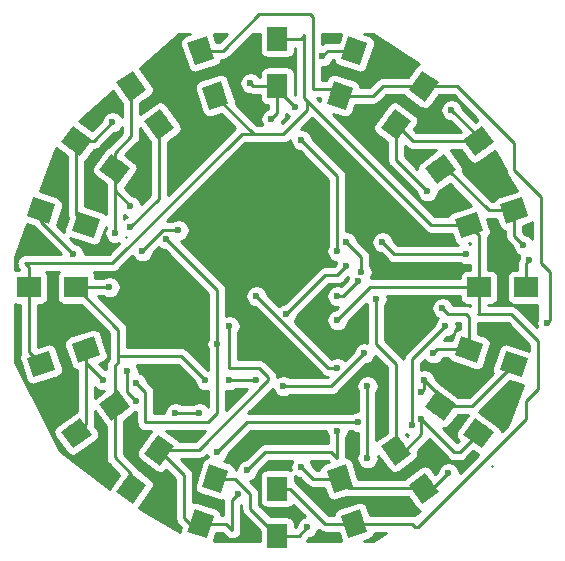
<source format=gtl>
G04 #@! TF.GenerationSoftware,KiCad,Pcbnew,(5.1.0-0)*
G04 #@! TF.CreationDate,2019-09-27T23:47:09+01:00*
G04 #@! TF.ProjectId,badge,62616467-652e-46b6-9963-61645f706362,rev?*
G04 #@! TF.SameCoordinates,Original*
G04 #@! TF.FileFunction,Copper,L1,Top*
G04 #@! TF.FilePolarity,Positive*
%FSLAX46Y46*%
G04 Gerber Fmt 4.6, Leading zero omitted, Abs format (unit mm)*
G04 Created by KiCad (PCBNEW (5.1.0-0)) date 2019-09-27 23:47:09*
%MOMM*%
%LPD*%
G04 APERTURE LIST*
%ADD10R,2.000000X1.700000*%
%ADD11C,1.700000*%
%ADD12C,0.100000*%
%ADD13R,1.700000X2.000000*%
%ADD14C,0.600000*%
%ADD15C,0.250000*%
%ADD16C,0.254000*%
G04 APERTURE END LIST*
D10*
X226092000Y-73660000D03*
X230092000Y-73660000D03*
D11*
X225257513Y-78928739D03*
D12*
G36*
X224043792Y-79428120D02*
G01*
X224569121Y-77811324D01*
X226471234Y-78429358D01*
X225945905Y-80046154D01*
X224043792Y-79428120D01*
X224043792Y-79428120D01*
G37*
D11*
X229061739Y-80164807D03*
D12*
G36*
X227848018Y-80664188D02*
G01*
X228373347Y-79047392D01*
X230275460Y-79665426D01*
X229750131Y-81282222D01*
X227848018Y-80664188D01*
X227848018Y-80664188D01*
G37*
D11*
X222835739Y-83681738D03*
D12*
G36*
X221527105Y-83781617D02*
G01*
X222526339Y-82406288D01*
X224144373Y-83581859D01*
X223145139Y-84957188D01*
X221527105Y-83781617D01*
X221527105Y-83781617D01*
G37*
D11*
X226071807Y-86032880D03*
D12*
G36*
X224763173Y-86132759D02*
G01*
X225762407Y-84757430D01*
X227380441Y-85933001D01*
X226381207Y-87308330D01*
X224763173Y-86132759D01*
X224763173Y-86132759D01*
G37*
D11*
X219063738Y-87453739D03*
D12*
G36*
X217788288Y-87144339D02*
G01*
X219163617Y-86145105D01*
X220339188Y-87763139D01*
X218963859Y-88762373D01*
X217788288Y-87144339D01*
X217788288Y-87144339D01*
G37*
D11*
X221414880Y-90689807D03*
D12*
G36*
X220139430Y-90380407D02*
G01*
X221514759Y-89381173D01*
X222690330Y-90999207D01*
X221315001Y-91998441D01*
X220139430Y-90380407D01*
X220139430Y-90380407D01*
G37*
D11*
X214310739Y-89875513D03*
D12*
G36*
X213193324Y-89187121D02*
G01*
X214810120Y-88661792D01*
X215428154Y-90563905D01*
X213811358Y-91089234D01*
X213193324Y-89187121D01*
X213193324Y-89187121D01*
G37*
D11*
X215546807Y-93679739D03*
D12*
G36*
X214429392Y-92991347D02*
G01*
X216046188Y-92466018D01*
X216664222Y-94368131D01*
X215047426Y-94893460D01*
X214429392Y-92991347D01*
X214429392Y-92991347D01*
G37*
D13*
X209042000Y-90710000D03*
X209042000Y-94710000D03*
D11*
X203773260Y-89875513D03*
D12*
G36*
X203273879Y-88661792D02*
G01*
X204890675Y-89187121D01*
X204272641Y-91089234D01*
X202655845Y-90563905D01*
X203273879Y-88661792D01*
X203273879Y-88661792D01*
G37*
D11*
X202537192Y-93679739D03*
D12*
G36*
X202037811Y-92466018D02*
G01*
X203654607Y-92991347D01*
X203036573Y-94893460D01*
X201419777Y-94368131D01*
X202037811Y-92466018D01*
X202037811Y-92466018D01*
G37*
D11*
X199020261Y-87453739D03*
D12*
G36*
X198920382Y-86145105D02*
G01*
X200295711Y-87144339D01*
X199120140Y-88762373D01*
X197744811Y-87763139D01*
X198920382Y-86145105D01*
X198920382Y-86145105D01*
G37*
D11*
X196669119Y-90689807D03*
D12*
G36*
X196569240Y-89381173D02*
G01*
X197944569Y-90380407D01*
X196768998Y-91998441D01*
X195393669Y-90999207D01*
X196569240Y-89381173D01*
X196569240Y-89381173D01*
G37*
D11*
X195248261Y-83681738D03*
D12*
G36*
X195557661Y-82406288D02*
G01*
X196556895Y-83781617D01*
X194938861Y-84957188D01*
X193939627Y-83581859D01*
X195557661Y-82406288D01*
X195557661Y-82406288D01*
G37*
D11*
X192012193Y-86032880D03*
D12*
G36*
X192321593Y-84757430D02*
G01*
X193320827Y-86132759D01*
X191702793Y-87308330D01*
X190703559Y-85933001D01*
X192321593Y-84757430D01*
X192321593Y-84757430D01*
G37*
D11*
X192826487Y-78928739D03*
D12*
G36*
X193514879Y-77811324D02*
G01*
X194040208Y-79428120D01*
X192138095Y-80046154D01*
X191612766Y-78429358D01*
X193514879Y-77811324D01*
X193514879Y-77811324D01*
G37*
D11*
X189022261Y-80164807D03*
D12*
G36*
X189710653Y-79047392D02*
G01*
X190235982Y-80664188D01*
X188333869Y-81282222D01*
X187808540Y-79665426D01*
X189710653Y-79047392D01*
X189710653Y-79047392D01*
G37*
D10*
X191992000Y-73660000D03*
X187992000Y-73660000D03*
D11*
X192826487Y-68391260D03*
D12*
G36*
X194040208Y-67891879D02*
G01*
X193514879Y-69508675D01*
X191612766Y-68890641D01*
X192138095Y-67273845D01*
X194040208Y-67891879D01*
X194040208Y-67891879D01*
G37*
D11*
X189022261Y-67155192D03*
D12*
G36*
X190235982Y-66655811D02*
G01*
X189710653Y-68272607D01*
X187808540Y-67654573D01*
X188333869Y-66037777D01*
X190235982Y-66655811D01*
X190235982Y-66655811D01*
G37*
D11*
X195248261Y-63638261D03*
D12*
G36*
X196556895Y-63538382D02*
G01*
X195557661Y-64913711D01*
X193939627Y-63738140D01*
X194938861Y-62362811D01*
X196556895Y-63538382D01*
X196556895Y-63538382D01*
G37*
D11*
X192012193Y-61287119D03*
D12*
G36*
X193320827Y-61187240D02*
G01*
X192321593Y-62562569D01*
X190703559Y-61386998D01*
X191702793Y-60011669D01*
X193320827Y-61187240D01*
X193320827Y-61187240D01*
G37*
D11*
X199020261Y-59866261D03*
D12*
G36*
X200295711Y-60175661D02*
G01*
X198920382Y-61174895D01*
X197744811Y-59556861D01*
X199120140Y-58557627D01*
X200295711Y-60175661D01*
X200295711Y-60175661D01*
G37*
D11*
X196669119Y-56630193D03*
D12*
G36*
X197944569Y-56939593D02*
G01*
X196569240Y-57938827D01*
X195393669Y-56320793D01*
X196768998Y-55321559D01*
X197944569Y-56939593D01*
X197944569Y-56939593D01*
G37*
D11*
X203773260Y-57444487D03*
D12*
G36*
X204890675Y-58132879D02*
G01*
X203273879Y-58658208D01*
X202655845Y-56756095D01*
X204272641Y-56230766D01*
X204890675Y-58132879D01*
X204890675Y-58132879D01*
G37*
D11*
X202537192Y-53640261D03*
D12*
G36*
X203654607Y-54328653D02*
G01*
X202037811Y-54853982D01*
X201419777Y-52951869D01*
X203036573Y-52426540D01*
X203654607Y-54328653D01*
X203654607Y-54328653D01*
G37*
D13*
X209041999Y-56610000D03*
X209041999Y-52610000D03*
D11*
X214310739Y-57444487D03*
D12*
G36*
X214810120Y-58658208D02*
G01*
X213193324Y-58132879D01*
X213811358Y-56230766D01*
X215428154Y-56756095D01*
X214810120Y-58658208D01*
X214810120Y-58658208D01*
G37*
D11*
X215546807Y-53640261D03*
D12*
G36*
X216046188Y-54853982D02*
G01*
X214429392Y-54328653D01*
X215047426Y-52426540D01*
X216664222Y-52951869D01*
X216046188Y-54853982D01*
X216046188Y-54853982D01*
G37*
D11*
X219063738Y-59866261D03*
D12*
G36*
X219163617Y-61174895D02*
G01*
X217788288Y-60175661D01*
X218963859Y-58557627D01*
X220339188Y-59556861D01*
X219163617Y-61174895D01*
X219163617Y-61174895D01*
G37*
D11*
X221414880Y-56630193D03*
D12*
G36*
X221514759Y-57938827D02*
G01*
X220139430Y-56939593D01*
X221315001Y-55321559D01*
X222690330Y-56320793D01*
X221514759Y-57938827D01*
X221514759Y-57938827D01*
G37*
D11*
X222835739Y-63638261D03*
D12*
G36*
X222526339Y-64913711D02*
G01*
X221527105Y-63538382D01*
X223145139Y-62362811D01*
X224144373Y-63738140D01*
X222526339Y-64913711D01*
X222526339Y-64913711D01*
G37*
D11*
X226071807Y-61287119D03*
D12*
G36*
X225762407Y-62562569D02*
G01*
X224763173Y-61187240D01*
X226381207Y-60011669D01*
X227380441Y-61386998D01*
X225762407Y-62562569D01*
X225762407Y-62562569D01*
G37*
D11*
X225257513Y-68391260D03*
D12*
G36*
X224569121Y-69508675D02*
G01*
X224043792Y-67891879D01*
X225945905Y-67273845D01*
X226471234Y-68890641D01*
X224569121Y-69508675D01*
X224569121Y-69508675D01*
G37*
D11*
X229061739Y-67155192D03*
D12*
G36*
X228373347Y-68272607D02*
G01*
X227848018Y-66655811D01*
X229750131Y-66037777D01*
X230275460Y-67654573D01*
X228373347Y-68272607D01*
X228373347Y-68272607D01*
G37*
D14*
X209804000Y-75946000D03*
X214884000Y-71882000D03*
X214122000Y-80518000D03*
X207264000Y-74422000D03*
X197612000Y-70612000D03*
X200660000Y-68834000D03*
X229870000Y-70104000D03*
X225044000Y-70866000D03*
X217932000Y-69850000D03*
X217424000Y-74676000D03*
X221234000Y-84836000D03*
X215900000Y-85090000D03*
X203962000Y-87630000D03*
X202438000Y-84328000D03*
X200406000Y-84328000D03*
X197104000Y-83312000D03*
X196342000Y-80772000D03*
X195326000Y-69088000D03*
X196596000Y-66802000D03*
X199644000Y-69596000D03*
X203962000Y-78486000D03*
X197104000Y-81788000D03*
X194310000Y-81534000D03*
X196596000Y-68580000D03*
X204978000Y-76962000D03*
X205740000Y-91186000D03*
X211074000Y-88900000D03*
X223520000Y-89408000D03*
X220472000Y-85344000D03*
X223266000Y-76962000D03*
X231902000Y-76708000D03*
X202946000Y-81534000D03*
X204978000Y-81534000D03*
X207264000Y-81534000D03*
X194818000Y-73660000D03*
X191770000Y-70866000D03*
X209550000Y-82042000D03*
X216408000Y-79248000D03*
X222250000Y-79248000D03*
X223012000Y-75438000D03*
X221742000Y-65532000D03*
X223774000Y-58674000D03*
X230378000Y-71374000D03*
X206502000Y-89154000D03*
X214122000Y-85852000D03*
X214122000Y-76454000D03*
X208534000Y-59436000D03*
X211074000Y-61214000D03*
X214122000Y-70612000D03*
X214884000Y-69850000D03*
X216154000Y-72390000D03*
X215900000Y-73152000D03*
X214122000Y-74422000D03*
X221234000Y-82550000D03*
X216662000Y-82042000D03*
X216662000Y-88138000D03*
X211582000Y-93980000D03*
X221488000Y-81534000D03*
X210566000Y-58420000D03*
X212852000Y-54102000D03*
X206756000Y-56388000D03*
X195072000Y-59690000D03*
D15*
X213106000Y-72644000D02*
X209804000Y-75946000D01*
X214122000Y-72644000D02*
X213106000Y-72644000D01*
X214884000Y-71882000D02*
X214122000Y-72644000D01*
X213360000Y-80518000D02*
X214122000Y-80518000D01*
X207264000Y-74422000D02*
X213360000Y-80518000D01*
X197612000Y-70612000D02*
X199390000Y-68834000D01*
X199390000Y-68834000D02*
X200660000Y-68834000D01*
X229061739Y-67155192D02*
X226921192Y-67155192D01*
X226921192Y-67155192D02*
X223404261Y-63638261D01*
X223404261Y-63638261D02*
X222835739Y-63638261D01*
X219063738Y-87453739D02*
X219063738Y-80125738D01*
X229061739Y-69295739D02*
X229061739Y-67155192D01*
X229870000Y-70104000D02*
X229061739Y-69295739D01*
X218948000Y-70866000D02*
X225044000Y-70866000D01*
X217932000Y-69850000D02*
X218948000Y-70866000D01*
X217424000Y-78486000D02*
X217424000Y-74676000D01*
X219063738Y-80125738D02*
X217424000Y-78486000D01*
X219063738Y-87453739D02*
X219886261Y-87453739D01*
X219886261Y-87453739D02*
X221234000Y-86106000D01*
X221234000Y-86106000D02*
X221234000Y-84836000D01*
X224474687Y-87630000D02*
X226071807Y-86032880D01*
X224028000Y-87630000D02*
X224474687Y-87630000D01*
X221234000Y-84836000D02*
X224028000Y-87630000D01*
X195248261Y-63638261D02*
X195248261Y-69010261D01*
X206502000Y-85090000D02*
X215900000Y-85090000D01*
X203962000Y-87630000D02*
X206502000Y-85090000D01*
X200406000Y-84328000D02*
X202438000Y-84328000D01*
X196342000Y-82550000D02*
X197104000Y-83312000D01*
X196342000Y-80772000D02*
X196342000Y-82550000D01*
X195248261Y-69010261D02*
X195326000Y-69088000D01*
X195248261Y-63638261D02*
X195248261Y-62307739D01*
X196669119Y-60886881D02*
X196669119Y-56630193D01*
X195248261Y-62307739D02*
X196669119Y-60886881D01*
X203962000Y-78486000D02*
X203962000Y-73914000D01*
X195248261Y-65454261D02*
X195248261Y-63638261D01*
X196596000Y-66802000D02*
X195248261Y-65454261D01*
X203962000Y-73914000D02*
X199644000Y-69596000D01*
X192826487Y-78928739D02*
X192826487Y-80050487D01*
X203962000Y-84328000D02*
X203962000Y-78486000D01*
X203200000Y-85090000D02*
X203962000Y-84328000D01*
X197866000Y-85090000D02*
X203200000Y-85090000D01*
X197866000Y-82550000D02*
X197866000Y-85090000D01*
X197104000Y-81788000D02*
X197866000Y-82550000D01*
X192826487Y-80050487D02*
X194310000Y-81534000D01*
X192826487Y-78928739D02*
X192826487Y-85218586D01*
X192826487Y-85218586D02*
X192012193Y-86032880D01*
X199020261Y-66155739D02*
X199020261Y-59866261D01*
X196596000Y-68580000D02*
X199020261Y-66155739D01*
X199020261Y-87453739D02*
X202360261Y-87453739D01*
X204978000Y-80518000D02*
X204978000Y-76962000D01*
X207518000Y-80518000D02*
X204978000Y-80518000D01*
X208280000Y-81280000D02*
X207518000Y-80518000D01*
X208280000Y-81534000D02*
X208280000Y-81280000D01*
X202360261Y-87453739D02*
X208280000Y-81534000D01*
X202537192Y-93679739D02*
X201629739Y-93679739D01*
X201168000Y-89601478D02*
X199020261Y-87453739D01*
X201168000Y-93218000D02*
X201168000Y-89601478D01*
X201629739Y-93679739D02*
X201168000Y-93218000D01*
X204677739Y-93679739D02*
X202537192Y-93679739D01*
X205232000Y-94234000D02*
X204677739Y-93679739D01*
X205232000Y-91694000D02*
X205232000Y-94234000D01*
X205740000Y-91186000D02*
X205232000Y-91694000D01*
X214310739Y-89875513D02*
X212049513Y-89875513D01*
X212049513Y-89875513D02*
X211074000Y-88900000D01*
X221414880Y-90689807D02*
X215125033Y-90689807D01*
X215125033Y-90689807D02*
X214310739Y-89875513D01*
X221414880Y-56630193D02*
X224270193Y-56630193D01*
X223520000Y-89408000D02*
X222238193Y-90689807D01*
X220472000Y-79756000D02*
X220472000Y-85344000D01*
X223266000Y-76962000D02*
X220472000Y-79756000D01*
X232156000Y-76454000D02*
X231902000Y-76708000D01*
X232156000Y-72390000D02*
X232156000Y-76454000D01*
X231394000Y-71628000D02*
X232156000Y-72390000D01*
X231394000Y-66040000D02*
X231394000Y-71628000D01*
X229108000Y-63754000D02*
X231394000Y-66040000D01*
X229108000Y-61468000D02*
X229108000Y-63754000D01*
X224270193Y-56630193D02*
X229108000Y-61468000D01*
X222238193Y-90689807D02*
X221414880Y-90689807D01*
X214310739Y-57444487D02*
X217129513Y-57444487D01*
X217943807Y-56630193D02*
X221414880Y-56630193D01*
X217129513Y-57444487D02*
X217943807Y-56630193D01*
X213762252Y-56896000D02*
X212090000Y-56896000D01*
X204423739Y-53640261D02*
X207518000Y-50546000D01*
X207518000Y-50546000D02*
X211836000Y-50546000D01*
X211836000Y-50546000D02*
X212090000Y-50800000D01*
X212090000Y-50800000D02*
X212090000Y-56896000D01*
X204423739Y-53640261D02*
X202537192Y-53640261D01*
X213762252Y-56896000D02*
X214310739Y-57444487D01*
X200914000Y-79502000D02*
X195580000Y-79502000D01*
X202946000Y-81534000D02*
X200914000Y-79502000D01*
X207264000Y-81534000D02*
X204978000Y-81534000D01*
X189022261Y-67155192D02*
X189022261Y-68118261D01*
X194818000Y-73660000D02*
X191992000Y-73660000D01*
X189022261Y-68118261D02*
X191770000Y-70866000D01*
X225257513Y-78928739D02*
X222569261Y-78928739D01*
X213614000Y-82042000D02*
X209550000Y-82042000D01*
X216408000Y-79248000D02*
X213614000Y-82042000D01*
X222569261Y-78928739D02*
X222250000Y-79248000D01*
X219063738Y-59866261D02*
X219063738Y-62853738D01*
X225257513Y-76159513D02*
X225257513Y-78928739D01*
X225044000Y-75946000D02*
X225257513Y-76159513D01*
X223520000Y-75946000D02*
X225044000Y-75946000D01*
X223012000Y-75438000D02*
X223520000Y-75946000D01*
X219063738Y-62853738D02*
X221742000Y-65532000D01*
X230092000Y-73660000D02*
X230092000Y-71660000D01*
X223774000Y-58674000D02*
X226071807Y-60971807D01*
X230092000Y-71660000D02*
X230378000Y-71374000D01*
X226071807Y-60971807D02*
X226071807Y-61287119D01*
X226071807Y-61287119D02*
X220484596Y-61287119D01*
X220484596Y-61287119D02*
X219063738Y-59866261D01*
X195248261Y-83681738D02*
X195248261Y-80341739D01*
X195580000Y-77248000D02*
X191992000Y-73660000D01*
X195580000Y-80010000D02*
X195580000Y-79502000D01*
X195580000Y-79502000D02*
X195580000Y-77248000D01*
X195248261Y-80341739D02*
X195580000Y-80010000D01*
X196669119Y-90689807D02*
X196669119Y-89481119D01*
X196669119Y-89481119D02*
X195248261Y-88060261D01*
X195248261Y-88060261D02*
X195248261Y-83681738D01*
X208026000Y-87630000D02*
X206502000Y-89154000D01*
X213614000Y-87630000D02*
X208026000Y-87630000D01*
X214122000Y-88138000D02*
X213614000Y-87630000D01*
X214122000Y-85852000D02*
X214122000Y-88138000D01*
X187992000Y-73660000D02*
X187992000Y-79134546D01*
X187992000Y-79134546D02*
X189022261Y-80164807D01*
X207022387Y-60693614D02*
X206006386Y-60693614D01*
X187992000Y-71914000D02*
X187992000Y-73660000D01*
X187706000Y-71628000D02*
X187992000Y-71914000D01*
X195072000Y-71628000D02*
X187706000Y-71628000D01*
X206006386Y-60693614D02*
X195072000Y-71628000D01*
X211582000Y-57912000D02*
X211582000Y-58674000D01*
X207034773Y-60706000D02*
X207022387Y-60693614D01*
X207022387Y-60693614D02*
X203773260Y-57444487D01*
X209550000Y-60706000D02*
X207034773Y-60706000D01*
X211582000Y-58674000D02*
X209550000Y-60706000D01*
X225257513Y-68391260D02*
X222061260Y-68391260D01*
X211042000Y-52610000D02*
X209041999Y-52610000D01*
X211328000Y-52324000D02*
X211042000Y-52610000D01*
X211328000Y-57658000D02*
X211328000Y-52324000D01*
X222061260Y-68391260D02*
X211582000Y-57912000D01*
X211582000Y-57912000D02*
X211328000Y-57658000D01*
X226092000Y-73660000D02*
X216916000Y-73660000D01*
X216916000Y-73660000D02*
X214122000Y-76454000D01*
X226092000Y-73660000D02*
X226092000Y-69225747D01*
X226092000Y-69225747D02*
X225257513Y-68391260D01*
X215546807Y-93679739D02*
X220425739Y-93679739D01*
X226092000Y-75914000D02*
X226092000Y-73660000D01*
X226060000Y-75946000D02*
X226092000Y-75914000D01*
X228854000Y-75946000D02*
X226060000Y-75946000D01*
X231140000Y-78232000D02*
X228854000Y-75946000D01*
X231140000Y-82296000D02*
X231140000Y-78232000D01*
X230124000Y-83312000D02*
X231140000Y-82296000D01*
X230124000Y-84836000D02*
X230124000Y-83312000D01*
X220980000Y-93980000D02*
X230124000Y-84836000D01*
X220726000Y-93980000D02*
X220980000Y-93980000D01*
X220425739Y-93679739D02*
X220726000Y-93980000D01*
X209042000Y-90710000D02*
X210090000Y-90710000D01*
X213059739Y-93679739D02*
X215546807Y-93679739D01*
X210090000Y-90710000D02*
X213059739Y-93679739D01*
X209041999Y-58928001D02*
X208534000Y-59436000D01*
X211074000Y-61214000D02*
X214122000Y-64262000D01*
X214122000Y-64262000D02*
X214122000Y-70612000D01*
X214884000Y-69850000D02*
X216154000Y-71120000D01*
X216154000Y-71120000D02*
X216154000Y-72390000D01*
X215900000Y-73152000D02*
X214630000Y-74422000D01*
X214630000Y-74422000D02*
X214122000Y-74422000D01*
X209041999Y-56610000D02*
X209041999Y-58928001D01*
X209042000Y-94710000D02*
X210852000Y-94710000D01*
X221488000Y-82296000D02*
X221488000Y-81534000D01*
X221234000Y-82550000D02*
X221488000Y-82296000D01*
X216662000Y-88138000D02*
X216662000Y-82042000D01*
X210852000Y-94710000D02*
X211582000Y-93980000D01*
X203773260Y-89875513D02*
X205445513Y-89875513D01*
X206756000Y-92424000D02*
X209042000Y-94710000D01*
X206756000Y-91186000D02*
X206756000Y-92424000D01*
X205445513Y-89875513D02*
X206756000Y-91186000D01*
X222835739Y-83681738D02*
X222835739Y-82881739D01*
X222835739Y-82881739D02*
X221488000Y-81534000D01*
X222835739Y-83681738D02*
X225544808Y-83681738D01*
X225544808Y-83681738D02*
X229061739Y-80164807D01*
X215546807Y-53640261D02*
X213313739Y-53640261D01*
X210566000Y-58420000D02*
X209041999Y-56895999D01*
X213313739Y-53640261D02*
X212852000Y-54102000D01*
X209041999Y-56895999D02*
X209041999Y-56610000D01*
X192012193Y-61287119D02*
X193474881Y-61287119D01*
X206978000Y-56610000D02*
X209041999Y-56610000D01*
X206756000Y-56388000D02*
X206978000Y-56610000D01*
X193474881Y-61287119D02*
X195072000Y-59690000D01*
X192012193Y-61287119D02*
X192012193Y-67576966D01*
X192012193Y-67576966D02*
X192826487Y-68391260D01*
D16*
G36*
X205996001Y-92386668D02*
G01*
X205992324Y-92424000D01*
X205996001Y-92461333D01*
X206006998Y-92572986D01*
X206014305Y-92597075D01*
X206050454Y-92716246D01*
X206121026Y-92848276D01*
X206188700Y-92930736D01*
X206216000Y-92964001D01*
X206244998Y-92987799D01*
X207553928Y-94296730D01*
X207553928Y-95123000D01*
X203629259Y-95123000D01*
X203643416Y-95090635D01*
X203854905Y-94439739D01*
X204362937Y-94439739D01*
X204668210Y-94745013D01*
X204692000Y-94774001D01*
X204720987Y-94797790D01*
X204720996Y-94797799D01*
X204807723Y-94868973D01*
X204807725Y-94868974D01*
X204939754Y-94939546D01*
X205083015Y-94983003D01*
X205232000Y-94997677D01*
X205380986Y-94983003D01*
X205524247Y-94939546D01*
X205656276Y-94868974D01*
X205772001Y-94774001D01*
X205866974Y-94658276D01*
X205937546Y-94526247D01*
X205981003Y-94382986D01*
X205992000Y-94271333D01*
X205992000Y-94271322D01*
X205995676Y-94233999D01*
X205992000Y-94196676D01*
X205992000Y-92089191D01*
X205996001Y-92088396D01*
X205996001Y-92386668D01*
X205996001Y-92386668D01*
G37*
X205996001Y-92386668D02*
X205992324Y-92424000D01*
X205996001Y-92461333D01*
X206006998Y-92572986D01*
X206014305Y-92597075D01*
X206050454Y-92716246D01*
X206121026Y-92848276D01*
X206188700Y-92930736D01*
X206216000Y-92964001D01*
X206244998Y-92987799D01*
X207553928Y-94296730D01*
X207553928Y-95123000D01*
X203629259Y-95123000D01*
X203643416Y-95090635D01*
X203854905Y-94439739D01*
X204362937Y-94439739D01*
X204668210Y-94745013D01*
X204692000Y-94774001D01*
X204720987Y-94797790D01*
X204720996Y-94797799D01*
X204807723Y-94868973D01*
X204807725Y-94868974D01*
X204939754Y-94939546D01*
X205083015Y-94983003D01*
X205232000Y-94997677D01*
X205380986Y-94983003D01*
X205524247Y-94939546D01*
X205656276Y-94868974D01*
X205772001Y-94774001D01*
X205866974Y-94658276D01*
X205937546Y-94526247D01*
X205981003Y-94382986D01*
X205992000Y-94271333D01*
X205992000Y-94271322D01*
X205995676Y-94233999D01*
X205992000Y-94196676D01*
X205992000Y-92089191D01*
X205996001Y-92088396D01*
X205996001Y-92386668D01*
G36*
X212495939Y-94190741D02*
G01*
X212519738Y-94219740D01*
X212635463Y-94314713D01*
X212767492Y-94385285D01*
X212910753Y-94428742D01*
X213022406Y-94439739D01*
X213022415Y-94439739D01*
X213059738Y-94443415D01*
X213097061Y-94439739D01*
X214229094Y-94439739D01*
X214440583Y-95090635D01*
X214454740Y-95123000D01*
X211513801Y-95123000D01*
X211733649Y-94903153D01*
X211854729Y-94879068D01*
X212024889Y-94808586D01*
X212178028Y-94706262D01*
X212308262Y-94576028D01*
X212410586Y-94422889D01*
X212481068Y-94252729D01*
X212493820Y-94188622D01*
X212495939Y-94190741D01*
X212495939Y-94190741D01*
G37*
X212495939Y-94190741D02*
X212519738Y-94219740D01*
X212635463Y-94314713D01*
X212767492Y-94385285D01*
X212910753Y-94428742D01*
X213022406Y-94439739D01*
X213022415Y-94439739D01*
X213059738Y-94443415D01*
X213097061Y-94439739D01*
X214229094Y-94439739D01*
X214440583Y-95090635D01*
X214454740Y-95123000D01*
X211513801Y-95123000D01*
X211733649Y-94903153D01*
X211854729Y-94879068D01*
X212024889Y-94808586D01*
X212178028Y-94706262D01*
X212308262Y-94576028D01*
X212410586Y-94422889D01*
X212481068Y-94252729D01*
X212493820Y-94188622D01*
X212495939Y-94190741D01*
G36*
X217133576Y-95123000D02*
G01*
X216405820Y-95123000D01*
X216861397Y-94974974D01*
X216975998Y-94924846D01*
X217078617Y-94853325D01*
X217165311Y-94763158D01*
X217232748Y-94657810D01*
X217278338Y-94541330D01*
X217296480Y-94439739D01*
X218226794Y-94439739D01*
X217133576Y-95123000D01*
X217133576Y-95123000D01*
G37*
X217133576Y-95123000D02*
X216405820Y-95123000D01*
X216861397Y-94974974D01*
X216975998Y-94924846D01*
X217078617Y-94853325D01*
X217165311Y-94763158D01*
X217232748Y-94657810D01*
X217278338Y-94541330D01*
X217296480Y-94439739D01*
X218226794Y-94439739D01*
X217133576Y-95123000D01*
G36*
X197011911Y-84247000D02*
G01*
X197106001Y-84247000D01*
X197106001Y-85052657D01*
X197102323Y-85090000D01*
X197116997Y-85238986D01*
X197160454Y-85382247D01*
X197231026Y-85514276D01*
X197325999Y-85630001D01*
X197441724Y-85724974D01*
X197573753Y-85795546D01*
X197717014Y-85839003D01*
X197828667Y-85850000D01*
X197866000Y-85853677D01*
X197903333Y-85850000D01*
X198346088Y-85850000D01*
X197228600Y-87388090D01*
X197165350Y-87496004D01*
X197124369Y-87614184D01*
X197107231Y-87738089D01*
X197114595Y-87862956D01*
X197146177Y-87983987D01*
X197200765Y-88096531D01*
X197276261Y-88196263D01*
X197369762Y-88279350D01*
X198745091Y-89278584D01*
X198853005Y-89341834D01*
X198971185Y-89382815D01*
X199095089Y-89399953D01*
X199219956Y-89392589D01*
X199340987Y-89361007D01*
X199453532Y-89306419D01*
X199553264Y-89230924D01*
X199632959Y-89141239D01*
X200408001Y-89916281D01*
X200408000Y-93180677D01*
X200404324Y-93218000D01*
X200408000Y-93255322D01*
X200408000Y-93255332D01*
X200418997Y-93366985D01*
X200448978Y-93465820D01*
X200462454Y-93510246D01*
X200533026Y-93642276D01*
X200570348Y-93687753D01*
X200627999Y-93758001D01*
X200657003Y-93781804D01*
X200870128Y-93994929D01*
X200812934Y-94170956D01*
X200786128Y-94293134D01*
X200783752Y-94414144D01*
X197314794Y-92332770D01*
X198460780Y-90755456D01*
X198524030Y-90647542D01*
X198565011Y-90529362D01*
X198582149Y-90405457D01*
X198574785Y-90280590D01*
X198543203Y-90159559D01*
X198488615Y-90047015D01*
X198413119Y-89947283D01*
X198319618Y-89864196D01*
X197364857Y-89170522D01*
X197304093Y-89056843D01*
X197209120Y-88941118D01*
X197180122Y-88917320D01*
X196008261Y-87745460D01*
X196008261Y-84968923D01*
X196931944Y-84297828D01*
X196993307Y-84243299D01*
X197011911Y-84247000D01*
X197011911Y-84247000D01*
G37*
X197011911Y-84247000D02*
X197106001Y-84247000D01*
X197106001Y-85052657D01*
X197102323Y-85090000D01*
X197116997Y-85238986D01*
X197160454Y-85382247D01*
X197231026Y-85514276D01*
X197325999Y-85630001D01*
X197441724Y-85724974D01*
X197573753Y-85795546D01*
X197717014Y-85839003D01*
X197828667Y-85850000D01*
X197866000Y-85853677D01*
X197903333Y-85850000D01*
X198346088Y-85850000D01*
X197228600Y-87388090D01*
X197165350Y-87496004D01*
X197124369Y-87614184D01*
X197107231Y-87738089D01*
X197114595Y-87862956D01*
X197146177Y-87983987D01*
X197200765Y-88096531D01*
X197276261Y-88196263D01*
X197369762Y-88279350D01*
X198745091Y-89278584D01*
X198853005Y-89341834D01*
X198971185Y-89382815D01*
X199095089Y-89399953D01*
X199219956Y-89392589D01*
X199340987Y-89361007D01*
X199453532Y-89306419D01*
X199553264Y-89230924D01*
X199632959Y-89141239D01*
X200408001Y-89916281D01*
X200408000Y-93180677D01*
X200404324Y-93218000D01*
X200408000Y-93255322D01*
X200408000Y-93255332D01*
X200418997Y-93366985D01*
X200448978Y-93465820D01*
X200462454Y-93510246D01*
X200533026Y-93642276D01*
X200570348Y-93687753D01*
X200627999Y-93758001D01*
X200657003Y-93781804D01*
X200870128Y-93994929D01*
X200812934Y-94170956D01*
X200786128Y-94293134D01*
X200783752Y-94414144D01*
X197314794Y-92332770D01*
X198460780Y-90755456D01*
X198524030Y-90647542D01*
X198565011Y-90529362D01*
X198582149Y-90405457D01*
X198574785Y-90280590D01*
X198543203Y-90159559D01*
X198488615Y-90047015D01*
X198413119Y-89947283D01*
X198319618Y-89864196D01*
X197364857Y-89170522D01*
X197304093Y-89056843D01*
X197209120Y-88941118D01*
X197180122Y-88917320D01*
X196008261Y-87745460D01*
X196008261Y-84968923D01*
X196931944Y-84297828D01*
X196993307Y-84243299D01*
X197011911Y-84247000D01*
G36*
X210245414Y-88457111D02*
G01*
X210174932Y-88627271D01*
X210139000Y-88807911D01*
X210139000Y-88992089D01*
X210167917Y-89137462D01*
X210136180Y-89120498D01*
X210016482Y-89084188D01*
X209892000Y-89071928D01*
X208192000Y-89071928D01*
X208067518Y-89084188D01*
X207947820Y-89120498D01*
X207837506Y-89179463D01*
X207740815Y-89258815D01*
X207661463Y-89355506D01*
X207602498Y-89465820D01*
X207566188Y-89585518D01*
X207553928Y-89710000D01*
X207553928Y-91710000D01*
X207566188Y-91834482D01*
X207602498Y-91954180D01*
X207661463Y-92064494D01*
X207740815Y-92161185D01*
X207837506Y-92240537D01*
X207947820Y-92299502D01*
X208067518Y-92335812D01*
X208192000Y-92348072D01*
X209892000Y-92348072D01*
X210016482Y-92335812D01*
X210136180Y-92299502D01*
X210246494Y-92240537D01*
X210343185Y-92161185D01*
X210398717Y-92093519D01*
X211373378Y-93068180D01*
X211309271Y-93080932D01*
X211139111Y-93151414D01*
X210985972Y-93253738D01*
X210855738Y-93383972D01*
X210753414Y-93537111D01*
X210682932Y-93707271D01*
X210658847Y-93828351D01*
X210537199Y-93950000D01*
X210530072Y-93950000D01*
X210530072Y-93710000D01*
X210517812Y-93585518D01*
X210481502Y-93465820D01*
X210422537Y-93355506D01*
X210343185Y-93258815D01*
X210246494Y-93179463D01*
X210136180Y-93120498D01*
X210016482Y-93084188D01*
X209892000Y-93071928D01*
X208478730Y-93071928D01*
X207516000Y-92109199D01*
X207516000Y-91223322D01*
X207519676Y-91185999D01*
X207516000Y-91148676D01*
X207516000Y-91148667D01*
X207505003Y-91037014D01*
X207461546Y-90893753D01*
X207390974Y-90761724D01*
X207362591Y-90727139D01*
X207319799Y-90674996D01*
X207319795Y-90674992D01*
X207296001Y-90645999D01*
X207267009Y-90622206D01*
X206710622Y-90065820D01*
X206774729Y-90053068D01*
X206944889Y-89982586D01*
X207098028Y-89880262D01*
X207228262Y-89750028D01*
X207330586Y-89596889D01*
X207401068Y-89426729D01*
X207425153Y-89305649D01*
X208340803Y-88390000D01*
X210290256Y-88390000D01*
X210245414Y-88457111D01*
X210245414Y-88457111D01*
G37*
X210245414Y-88457111D02*
X210174932Y-88627271D01*
X210139000Y-88807911D01*
X210139000Y-88992089D01*
X210167917Y-89137462D01*
X210136180Y-89120498D01*
X210016482Y-89084188D01*
X209892000Y-89071928D01*
X208192000Y-89071928D01*
X208067518Y-89084188D01*
X207947820Y-89120498D01*
X207837506Y-89179463D01*
X207740815Y-89258815D01*
X207661463Y-89355506D01*
X207602498Y-89465820D01*
X207566188Y-89585518D01*
X207553928Y-89710000D01*
X207553928Y-91710000D01*
X207566188Y-91834482D01*
X207602498Y-91954180D01*
X207661463Y-92064494D01*
X207740815Y-92161185D01*
X207837506Y-92240537D01*
X207947820Y-92299502D01*
X208067518Y-92335812D01*
X208192000Y-92348072D01*
X209892000Y-92348072D01*
X210016482Y-92335812D01*
X210136180Y-92299502D01*
X210246494Y-92240537D01*
X210343185Y-92161185D01*
X210398717Y-92093519D01*
X211373378Y-93068180D01*
X211309271Y-93080932D01*
X211139111Y-93151414D01*
X210985972Y-93253738D01*
X210855738Y-93383972D01*
X210753414Y-93537111D01*
X210682932Y-93707271D01*
X210658847Y-93828351D01*
X210537199Y-93950000D01*
X210530072Y-93950000D01*
X210530072Y-93710000D01*
X210517812Y-93585518D01*
X210481502Y-93465820D01*
X210422537Y-93355506D01*
X210343185Y-93258815D01*
X210246494Y-93179463D01*
X210136180Y-93120498D01*
X210016482Y-93084188D01*
X209892000Y-93071928D01*
X208478730Y-93071928D01*
X207516000Y-92109199D01*
X207516000Y-91223322D01*
X207519676Y-91185999D01*
X207516000Y-91148676D01*
X207516000Y-91148667D01*
X207505003Y-91037014D01*
X207461546Y-90893753D01*
X207390974Y-90761724D01*
X207362591Y-90727139D01*
X207319799Y-90674996D01*
X207319795Y-90674992D01*
X207296001Y-90645999D01*
X207267009Y-90622206D01*
X206710622Y-90065820D01*
X206774729Y-90053068D01*
X206944889Y-89982586D01*
X207098028Y-89880262D01*
X207228262Y-89750028D01*
X207330586Y-89596889D01*
X207401068Y-89426729D01*
X207425153Y-89305649D01*
X208340803Y-88390000D01*
X210290256Y-88390000D01*
X210245414Y-88457111D01*
G36*
X210631111Y-89728586D02*
G01*
X210801271Y-89799068D01*
X210922351Y-89823153D01*
X211485713Y-90386515D01*
X211509512Y-90415514D01*
X211625237Y-90510487D01*
X211757266Y-90581059D01*
X211900527Y-90624516D01*
X212012180Y-90635513D01*
X212012188Y-90635513D01*
X212049513Y-90639189D01*
X212086838Y-90635513D01*
X212993026Y-90635513D01*
X213204515Y-91286409D01*
X213254643Y-91401010D01*
X213326164Y-91503629D01*
X213416332Y-91590323D01*
X213521679Y-91657760D01*
X213638159Y-91703350D01*
X213761295Y-91725339D01*
X213886355Y-91722883D01*
X214008533Y-91696077D01*
X214885165Y-91411242D01*
X214976047Y-91438810D01*
X215125033Y-91453484D01*
X215162366Y-91449807D01*
X220127695Y-91449807D01*
X220798790Y-92373490D01*
X220881877Y-92466991D01*
X220981609Y-92542487D01*
X221094153Y-92597075D01*
X221151227Y-92611968D01*
X220619478Y-92944311D01*
X220574725Y-92930736D01*
X220463072Y-92919739D01*
X220463061Y-92919739D01*
X220425739Y-92916063D01*
X220388417Y-92919739D01*
X216864520Y-92919739D01*
X216653031Y-92268843D01*
X216602903Y-92154242D01*
X216531382Y-92051623D01*
X216441214Y-91964929D01*
X216335867Y-91897492D01*
X216219387Y-91851902D01*
X216096251Y-91829913D01*
X215971191Y-91832369D01*
X215849013Y-91859175D01*
X214232217Y-92384504D01*
X214117616Y-92434632D01*
X214014997Y-92506153D01*
X213928303Y-92596320D01*
X213860866Y-92701668D01*
X213815276Y-92818148D01*
X213797134Y-92919739D01*
X213374541Y-92919739D01*
X210653804Y-90199003D01*
X210630001Y-90169999D01*
X210530072Y-90087989D01*
X210530072Y-89710000D01*
X210524914Y-89657628D01*
X210631111Y-89728586D01*
X210631111Y-89728586D01*
G37*
X210631111Y-89728586D02*
X210801271Y-89799068D01*
X210922351Y-89823153D01*
X211485713Y-90386515D01*
X211509512Y-90415514D01*
X211625237Y-90510487D01*
X211757266Y-90581059D01*
X211900527Y-90624516D01*
X212012180Y-90635513D01*
X212012188Y-90635513D01*
X212049513Y-90639189D01*
X212086838Y-90635513D01*
X212993026Y-90635513D01*
X213204515Y-91286409D01*
X213254643Y-91401010D01*
X213326164Y-91503629D01*
X213416332Y-91590323D01*
X213521679Y-91657760D01*
X213638159Y-91703350D01*
X213761295Y-91725339D01*
X213886355Y-91722883D01*
X214008533Y-91696077D01*
X214885165Y-91411242D01*
X214976047Y-91438810D01*
X215125033Y-91453484D01*
X215162366Y-91449807D01*
X220127695Y-91449807D01*
X220798790Y-92373490D01*
X220881877Y-92466991D01*
X220981609Y-92542487D01*
X221094153Y-92597075D01*
X221151227Y-92611968D01*
X220619478Y-92944311D01*
X220574725Y-92930736D01*
X220463072Y-92919739D01*
X220463061Y-92919739D01*
X220425739Y-92916063D01*
X220388417Y-92919739D01*
X216864520Y-92919739D01*
X216653031Y-92268843D01*
X216602903Y-92154242D01*
X216531382Y-92051623D01*
X216441214Y-91964929D01*
X216335867Y-91897492D01*
X216219387Y-91851902D01*
X216096251Y-91829913D01*
X215971191Y-91832369D01*
X215849013Y-91859175D01*
X214232217Y-92384504D01*
X214117616Y-92434632D01*
X214014997Y-92506153D01*
X213928303Y-92596320D01*
X213860866Y-92701668D01*
X213815276Y-92818148D01*
X213797134Y-92919739D01*
X213374541Y-92919739D01*
X210653804Y-90199003D01*
X210630001Y-90169999D01*
X210530072Y-90087989D01*
X210530072Y-89710000D01*
X210524914Y-89657628D01*
X210631111Y-89728586D01*
G36*
X203062932Y-87902729D02*
G01*
X203121435Y-88043970D01*
X203100680Y-88047676D01*
X202984200Y-88093266D01*
X202878852Y-88160703D01*
X202788685Y-88247397D01*
X202717164Y-88350016D01*
X202667036Y-88464617D01*
X202049002Y-90366730D01*
X202022196Y-90488908D01*
X202019740Y-90613968D01*
X202041729Y-90737104D01*
X202087319Y-90853584D01*
X202154756Y-90958931D01*
X202241450Y-91049099D01*
X202344069Y-91120620D01*
X202458670Y-91170748D01*
X204075466Y-91696077D01*
X204197644Y-91722883D01*
X204322704Y-91725339D01*
X204445840Y-91703350D01*
X204468376Y-91694529D01*
X204472000Y-91731323D01*
X204472000Y-92919739D01*
X204286865Y-92919739D01*
X204268723Y-92818148D01*
X204223133Y-92701668D01*
X204155696Y-92596321D01*
X204069002Y-92506153D01*
X203966383Y-92434632D01*
X203851782Y-92384504D01*
X202234986Y-91859175D01*
X202112808Y-91832369D01*
X201987748Y-91829913D01*
X201928000Y-91840582D01*
X201928000Y-89638811D01*
X201931677Y-89601478D01*
X201917003Y-89452492D01*
X201873546Y-89309231D01*
X201802974Y-89177202D01*
X201731799Y-89090475D01*
X201708001Y-89061477D01*
X201679003Y-89037679D01*
X200855063Y-88213739D01*
X202322939Y-88213739D01*
X202360261Y-88217415D01*
X202397583Y-88213739D01*
X202397594Y-88213739D01*
X202509247Y-88202742D01*
X202652508Y-88159285D01*
X202784537Y-88088713D01*
X202900262Y-87993740D01*
X202924065Y-87964736D01*
X203050180Y-87838621D01*
X203062932Y-87902729D01*
X203062932Y-87902729D01*
G37*
X203062932Y-87902729D02*
X203121435Y-88043970D01*
X203100680Y-88047676D01*
X202984200Y-88093266D01*
X202878852Y-88160703D01*
X202788685Y-88247397D01*
X202717164Y-88350016D01*
X202667036Y-88464617D01*
X202049002Y-90366730D01*
X202022196Y-90488908D01*
X202019740Y-90613968D01*
X202041729Y-90737104D01*
X202087319Y-90853584D01*
X202154756Y-90958931D01*
X202241450Y-91049099D01*
X202344069Y-91120620D01*
X202458670Y-91170748D01*
X204075466Y-91696077D01*
X204197644Y-91722883D01*
X204322704Y-91725339D01*
X204445840Y-91703350D01*
X204468376Y-91694529D01*
X204472000Y-91731323D01*
X204472000Y-92919739D01*
X204286865Y-92919739D01*
X204268723Y-92818148D01*
X204223133Y-92701668D01*
X204155696Y-92596321D01*
X204069002Y-92506153D01*
X203966383Y-92434632D01*
X203851782Y-92384504D01*
X202234986Y-91859175D01*
X202112808Y-91832369D01*
X201987748Y-91829913D01*
X201928000Y-91840582D01*
X201928000Y-89638811D01*
X201931677Y-89601478D01*
X201917003Y-89452492D01*
X201873546Y-89309231D01*
X201802974Y-89177202D01*
X201731799Y-89090475D01*
X201708001Y-89061477D01*
X201679003Y-89037679D01*
X200855063Y-88213739D01*
X202322939Y-88213739D01*
X202360261Y-88217415D01*
X202397583Y-88213739D01*
X202397594Y-88213739D01*
X202509247Y-88202742D01*
X202652508Y-88159285D01*
X202784537Y-88088713D01*
X202900262Y-87993740D01*
X202924065Y-87964736D01*
X203050180Y-87838621D01*
X203062932Y-87902729D01*
G36*
X190461463Y-72455506D02*
G01*
X190402498Y-72565820D01*
X190366188Y-72685518D01*
X190353928Y-72810000D01*
X190353928Y-74510000D01*
X190366188Y-74634482D01*
X190402498Y-74754180D01*
X190461463Y-74864494D01*
X190540815Y-74961185D01*
X190637506Y-75040537D01*
X190747820Y-75099502D01*
X190867518Y-75135812D01*
X190992000Y-75148072D01*
X192405271Y-75148072D01*
X194820001Y-77562803D01*
X194820000Y-79464667D01*
X194816323Y-79502000D01*
X194820000Y-79539332D01*
X194820000Y-79695199D01*
X194737259Y-79777940D01*
X194708261Y-79801738D01*
X194684463Y-79830736D01*
X194684462Y-79830737D01*
X194613287Y-79917463D01*
X194542715Y-80049493D01*
X194528074Y-80097760D01*
X194499259Y-80192753D01*
X194489090Y-80296001D01*
X194484585Y-80341739D01*
X194488262Y-80379071D01*
X194488262Y-80616141D01*
X194461649Y-80610847D01*
X193971994Y-80121193D01*
X194237383Y-80034963D01*
X194351984Y-79984835D01*
X194454603Y-79913314D01*
X194541297Y-79823146D01*
X194608734Y-79717799D01*
X194654324Y-79601319D01*
X194676313Y-79478183D01*
X194673857Y-79353123D01*
X194647051Y-79230945D01*
X194121722Y-77614149D01*
X194071594Y-77499548D01*
X194000073Y-77396929D01*
X193909906Y-77310235D01*
X193804558Y-77242798D01*
X193688078Y-77197208D01*
X193564942Y-77175219D01*
X193439882Y-77177675D01*
X193317704Y-77204481D01*
X191415591Y-77822515D01*
X191300990Y-77872643D01*
X191198371Y-77944164D01*
X191111677Y-78034332D01*
X191044240Y-78139679D01*
X190998650Y-78256159D01*
X190976661Y-78379295D01*
X190979117Y-78504355D01*
X191005923Y-78626533D01*
X191531252Y-80243329D01*
X191581380Y-80357930D01*
X191652901Y-80460549D01*
X191743068Y-80547243D01*
X191848416Y-80614680D01*
X191964896Y-80660270D01*
X192066487Y-80678412D01*
X192066488Y-84173797D01*
X192054458Y-84177969D01*
X191946544Y-84241219D01*
X190328510Y-85416790D01*
X190235009Y-85499877D01*
X190159513Y-85599609D01*
X190104925Y-85712153D01*
X190073343Y-85833184D01*
X190065979Y-85958051D01*
X190083117Y-86081956D01*
X190124098Y-86200136D01*
X190187348Y-86308050D01*
X191186582Y-87683379D01*
X191269669Y-87776881D01*
X191369401Y-87852376D01*
X191481946Y-87906964D01*
X191602977Y-87938546D01*
X191727844Y-87945910D01*
X191851748Y-87928772D01*
X191969928Y-87887791D01*
X192077842Y-87824541D01*
X193695876Y-86648970D01*
X193789377Y-86565883D01*
X193864873Y-86466151D01*
X193919461Y-86353607D01*
X193951043Y-86232576D01*
X193958407Y-86107709D01*
X193941269Y-85983804D01*
X193900288Y-85865624D01*
X193837038Y-85757710D01*
X193569039Y-85388840D01*
X193575490Y-85367572D01*
X193586487Y-85255919D01*
X193590164Y-85218586D01*
X193586487Y-85181253D01*
X193586487Y-84181356D01*
X194422650Y-85332237D01*
X194488262Y-85406073D01*
X194488261Y-88022938D01*
X194484585Y-88060261D01*
X194488261Y-88097583D01*
X194488261Y-88097593D01*
X194499258Y-88209246D01*
X194534497Y-88325414D01*
X194542715Y-88352507D01*
X194613287Y-88484537D01*
X194633308Y-88508932D01*
X194708260Y-88600262D01*
X194737264Y-88624065D01*
X195660118Y-89546920D01*
X194877458Y-90624158D01*
X194824454Y-90714591D01*
X190600184Y-87546388D01*
X186817000Y-79980020D01*
X186817000Y-75120488D01*
X186867518Y-75135812D01*
X186992000Y-75148072D01*
X187232000Y-75148072D01*
X187232001Y-79097214D01*
X187228324Y-79134546D01*
X187232001Y-79171879D01*
X187241705Y-79270399D01*
X187242998Y-79283531D01*
X187261018Y-79342936D01*
X187240014Y-79375747D01*
X187194424Y-79492227D01*
X187172435Y-79615363D01*
X187174891Y-79740423D01*
X187201697Y-79862601D01*
X187727026Y-81479397D01*
X187777154Y-81593998D01*
X187848675Y-81696617D01*
X187938842Y-81783311D01*
X188044190Y-81850748D01*
X188160670Y-81896338D01*
X188283806Y-81918327D01*
X188408866Y-81915871D01*
X188531044Y-81889065D01*
X190433157Y-81271031D01*
X190547758Y-81220903D01*
X190650377Y-81149382D01*
X190737071Y-81059214D01*
X190804508Y-80953867D01*
X190850098Y-80837387D01*
X190872087Y-80714251D01*
X190869631Y-80589191D01*
X190842825Y-80467013D01*
X190317496Y-78850217D01*
X190267368Y-78735616D01*
X190195847Y-78632997D01*
X190105680Y-78546303D01*
X190000332Y-78478866D01*
X189883852Y-78433276D01*
X189760716Y-78411287D01*
X189635656Y-78413743D01*
X189513478Y-78440549D01*
X188752000Y-78687968D01*
X188752000Y-75148072D01*
X188992000Y-75148072D01*
X189116482Y-75135812D01*
X189236180Y-75099502D01*
X189346494Y-75040537D01*
X189443185Y-74961185D01*
X189522537Y-74864494D01*
X189581502Y-74754180D01*
X189617812Y-74634482D01*
X189630072Y-74510000D01*
X189630072Y-72810000D01*
X189617812Y-72685518D01*
X189581502Y-72565820D01*
X189522537Y-72455506D01*
X189467136Y-72388000D01*
X190516864Y-72388000D01*
X190461463Y-72455506D01*
X190461463Y-72455506D01*
G37*
X190461463Y-72455506D02*
X190402498Y-72565820D01*
X190366188Y-72685518D01*
X190353928Y-72810000D01*
X190353928Y-74510000D01*
X190366188Y-74634482D01*
X190402498Y-74754180D01*
X190461463Y-74864494D01*
X190540815Y-74961185D01*
X190637506Y-75040537D01*
X190747820Y-75099502D01*
X190867518Y-75135812D01*
X190992000Y-75148072D01*
X192405271Y-75148072D01*
X194820001Y-77562803D01*
X194820000Y-79464667D01*
X194816323Y-79502000D01*
X194820000Y-79539332D01*
X194820000Y-79695199D01*
X194737259Y-79777940D01*
X194708261Y-79801738D01*
X194684463Y-79830736D01*
X194684462Y-79830737D01*
X194613287Y-79917463D01*
X194542715Y-80049493D01*
X194528074Y-80097760D01*
X194499259Y-80192753D01*
X194489090Y-80296001D01*
X194484585Y-80341739D01*
X194488262Y-80379071D01*
X194488262Y-80616141D01*
X194461649Y-80610847D01*
X193971994Y-80121193D01*
X194237383Y-80034963D01*
X194351984Y-79984835D01*
X194454603Y-79913314D01*
X194541297Y-79823146D01*
X194608734Y-79717799D01*
X194654324Y-79601319D01*
X194676313Y-79478183D01*
X194673857Y-79353123D01*
X194647051Y-79230945D01*
X194121722Y-77614149D01*
X194071594Y-77499548D01*
X194000073Y-77396929D01*
X193909906Y-77310235D01*
X193804558Y-77242798D01*
X193688078Y-77197208D01*
X193564942Y-77175219D01*
X193439882Y-77177675D01*
X193317704Y-77204481D01*
X191415591Y-77822515D01*
X191300990Y-77872643D01*
X191198371Y-77944164D01*
X191111677Y-78034332D01*
X191044240Y-78139679D01*
X190998650Y-78256159D01*
X190976661Y-78379295D01*
X190979117Y-78504355D01*
X191005923Y-78626533D01*
X191531252Y-80243329D01*
X191581380Y-80357930D01*
X191652901Y-80460549D01*
X191743068Y-80547243D01*
X191848416Y-80614680D01*
X191964896Y-80660270D01*
X192066487Y-80678412D01*
X192066488Y-84173797D01*
X192054458Y-84177969D01*
X191946544Y-84241219D01*
X190328510Y-85416790D01*
X190235009Y-85499877D01*
X190159513Y-85599609D01*
X190104925Y-85712153D01*
X190073343Y-85833184D01*
X190065979Y-85958051D01*
X190083117Y-86081956D01*
X190124098Y-86200136D01*
X190187348Y-86308050D01*
X191186582Y-87683379D01*
X191269669Y-87776881D01*
X191369401Y-87852376D01*
X191481946Y-87906964D01*
X191602977Y-87938546D01*
X191727844Y-87945910D01*
X191851748Y-87928772D01*
X191969928Y-87887791D01*
X192077842Y-87824541D01*
X193695876Y-86648970D01*
X193789377Y-86565883D01*
X193864873Y-86466151D01*
X193919461Y-86353607D01*
X193951043Y-86232576D01*
X193958407Y-86107709D01*
X193941269Y-85983804D01*
X193900288Y-85865624D01*
X193837038Y-85757710D01*
X193569039Y-85388840D01*
X193575490Y-85367572D01*
X193586487Y-85255919D01*
X193590164Y-85218586D01*
X193586487Y-85181253D01*
X193586487Y-84181356D01*
X194422650Y-85332237D01*
X194488262Y-85406073D01*
X194488261Y-88022938D01*
X194484585Y-88060261D01*
X194488261Y-88097583D01*
X194488261Y-88097593D01*
X194499258Y-88209246D01*
X194534497Y-88325414D01*
X194542715Y-88352507D01*
X194613287Y-88484537D01*
X194633308Y-88508932D01*
X194708260Y-88600262D01*
X194737264Y-88624065D01*
X195660118Y-89546920D01*
X194877458Y-90624158D01*
X194824454Y-90714591D01*
X190600184Y-87546388D01*
X186817000Y-79980020D01*
X186817000Y-75120488D01*
X186867518Y-75135812D01*
X186992000Y-75148072D01*
X187232000Y-75148072D01*
X187232001Y-79097214D01*
X187228324Y-79134546D01*
X187232001Y-79171879D01*
X187241705Y-79270399D01*
X187242998Y-79283531D01*
X187261018Y-79342936D01*
X187240014Y-79375747D01*
X187194424Y-79492227D01*
X187172435Y-79615363D01*
X187174891Y-79740423D01*
X187201697Y-79862601D01*
X187727026Y-81479397D01*
X187777154Y-81593998D01*
X187848675Y-81696617D01*
X187938842Y-81783311D01*
X188044190Y-81850748D01*
X188160670Y-81896338D01*
X188283806Y-81918327D01*
X188408866Y-81915871D01*
X188531044Y-81889065D01*
X190433157Y-81271031D01*
X190547758Y-81220903D01*
X190650377Y-81149382D01*
X190737071Y-81059214D01*
X190804508Y-80953867D01*
X190850098Y-80837387D01*
X190872087Y-80714251D01*
X190869631Y-80589191D01*
X190842825Y-80467013D01*
X190317496Y-78850217D01*
X190267368Y-78735616D01*
X190195847Y-78632997D01*
X190105680Y-78546303D01*
X190000332Y-78478866D01*
X189883852Y-78433276D01*
X189760716Y-78411287D01*
X189635656Y-78413743D01*
X189513478Y-78440549D01*
X188752000Y-78687968D01*
X188752000Y-75148072D01*
X188992000Y-75148072D01*
X189116482Y-75135812D01*
X189236180Y-75099502D01*
X189346494Y-75040537D01*
X189443185Y-74961185D01*
X189522537Y-74864494D01*
X189581502Y-74754180D01*
X189617812Y-74634482D01*
X189630072Y-74510000D01*
X189630072Y-72810000D01*
X189617812Y-72685518D01*
X189581502Y-72565820D01*
X189522537Y-72455506D01*
X189467136Y-72388000D01*
X190516864Y-72388000D01*
X190461463Y-72455506D01*
G36*
X215457111Y-85918586D02*
G01*
X215627271Y-85989068D01*
X215807911Y-86025000D01*
X215902000Y-86025000D01*
X215902000Y-87592464D01*
X215833414Y-87695111D01*
X215762932Y-87865271D01*
X215727000Y-88045911D01*
X215727000Y-88230089D01*
X215762932Y-88410729D01*
X215833414Y-88580889D01*
X215935738Y-88734028D01*
X216065972Y-88864262D01*
X216219111Y-88966586D01*
X216389271Y-89037068D01*
X216569911Y-89073000D01*
X216754089Y-89073000D01*
X216934729Y-89037068D01*
X217104889Y-88966586D01*
X217258028Y-88864262D01*
X217388262Y-88734028D01*
X217490586Y-88580889D01*
X217561068Y-88410729D01*
X217597000Y-88230089D01*
X217597000Y-88045911D01*
X217575278Y-87936708D01*
X218447648Y-89137422D01*
X218530735Y-89230923D01*
X218630467Y-89306419D01*
X218743011Y-89361007D01*
X218864042Y-89392589D01*
X218988909Y-89399953D01*
X219112814Y-89382815D01*
X219230994Y-89341834D01*
X219338908Y-89278584D01*
X220714237Y-88279350D01*
X220807739Y-88196263D01*
X220883234Y-88096531D01*
X220937822Y-87983986D01*
X220969404Y-87862955D01*
X220976768Y-87738088D01*
X220959630Y-87614184D01*
X220918687Y-87496114D01*
X221745004Y-86669798D01*
X221774001Y-86646001D01*
X221861988Y-86538789D01*
X223464200Y-88141002D01*
X223487999Y-88170001D01*
X223603724Y-88264974D01*
X223735753Y-88335546D01*
X223879014Y-88379003D01*
X223990667Y-88390000D01*
X223990675Y-88390000D01*
X224028000Y-88393676D01*
X224065325Y-88390000D01*
X224437365Y-88390000D01*
X224474687Y-88393676D01*
X224512009Y-88390000D01*
X224512020Y-88390000D01*
X224623673Y-88379003D01*
X224766934Y-88335546D01*
X224898963Y-88264974D01*
X225014688Y-88170001D01*
X225038491Y-88140997D01*
X225628982Y-87550506D01*
X226006158Y-87824541D01*
X226040518Y-87844680D01*
X224455000Y-89430199D01*
X224455000Y-89315911D01*
X224419068Y-89135271D01*
X224348586Y-88965111D01*
X224246262Y-88811972D01*
X224116028Y-88681738D01*
X223962889Y-88579414D01*
X223792729Y-88508932D01*
X223612089Y-88473000D01*
X223427911Y-88473000D01*
X223247271Y-88508932D01*
X223077111Y-88579414D01*
X222923972Y-88681738D01*
X222793738Y-88811972D01*
X222691414Y-88965111D01*
X222620932Y-89135271D01*
X222596847Y-89256351D01*
X222374393Y-89478805D01*
X222030970Y-89006124D01*
X221947883Y-88912623D01*
X221848151Y-88837127D01*
X221735607Y-88782539D01*
X221614576Y-88750957D01*
X221489709Y-88743593D01*
X221365804Y-88760731D01*
X221247624Y-88801712D01*
X221139710Y-88864962D01*
X219764381Y-89864196D01*
X219690546Y-89929807D01*
X215893032Y-89929807D01*
X215416963Y-88464617D01*
X215366835Y-88350016D01*
X215295314Y-88247397D01*
X215205146Y-88160703D01*
X215099799Y-88093266D01*
X214983319Y-88047676D01*
X214882000Y-88029583D01*
X214882000Y-86397535D01*
X214950586Y-86294889D01*
X215021068Y-86124729D01*
X215057000Y-85944089D01*
X215057000Y-85850000D01*
X215354465Y-85850000D01*
X215457111Y-85918586D01*
X215457111Y-85918586D01*
G37*
X215457111Y-85918586D02*
X215627271Y-85989068D01*
X215807911Y-86025000D01*
X215902000Y-86025000D01*
X215902000Y-87592464D01*
X215833414Y-87695111D01*
X215762932Y-87865271D01*
X215727000Y-88045911D01*
X215727000Y-88230089D01*
X215762932Y-88410729D01*
X215833414Y-88580889D01*
X215935738Y-88734028D01*
X216065972Y-88864262D01*
X216219111Y-88966586D01*
X216389271Y-89037068D01*
X216569911Y-89073000D01*
X216754089Y-89073000D01*
X216934729Y-89037068D01*
X217104889Y-88966586D01*
X217258028Y-88864262D01*
X217388262Y-88734028D01*
X217490586Y-88580889D01*
X217561068Y-88410729D01*
X217597000Y-88230089D01*
X217597000Y-88045911D01*
X217575278Y-87936708D01*
X218447648Y-89137422D01*
X218530735Y-89230923D01*
X218630467Y-89306419D01*
X218743011Y-89361007D01*
X218864042Y-89392589D01*
X218988909Y-89399953D01*
X219112814Y-89382815D01*
X219230994Y-89341834D01*
X219338908Y-89278584D01*
X220714237Y-88279350D01*
X220807739Y-88196263D01*
X220883234Y-88096531D01*
X220937822Y-87983986D01*
X220969404Y-87862955D01*
X220976768Y-87738088D01*
X220959630Y-87614184D01*
X220918687Y-87496114D01*
X221745004Y-86669798D01*
X221774001Y-86646001D01*
X221861988Y-86538789D01*
X223464200Y-88141002D01*
X223487999Y-88170001D01*
X223603724Y-88264974D01*
X223735753Y-88335546D01*
X223879014Y-88379003D01*
X223990667Y-88390000D01*
X223990675Y-88390000D01*
X224028000Y-88393676D01*
X224065325Y-88390000D01*
X224437365Y-88390000D01*
X224474687Y-88393676D01*
X224512009Y-88390000D01*
X224512020Y-88390000D01*
X224623673Y-88379003D01*
X224766934Y-88335546D01*
X224898963Y-88264974D01*
X225014688Y-88170001D01*
X225038491Y-88140997D01*
X225628982Y-87550506D01*
X226006158Y-87824541D01*
X226040518Y-87844680D01*
X224455000Y-89430199D01*
X224455000Y-89315911D01*
X224419068Y-89135271D01*
X224348586Y-88965111D01*
X224246262Y-88811972D01*
X224116028Y-88681738D01*
X223962889Y-88579414D01*
X223792729Y-88508932D01*
X223612089Y-88473000D01*
X223427911Y-88473000D01*
X223247271Y-88508932D01*
X223077111Y-88579414D01*
X222923972Y-88681738D01*
X222793738Y-88811972D01*
X222691414Y-88965111D01*
X222620932Y-89135271D01*
X222596847Y-89256351D01*
X222374393Y-89478805D01*
X222030970Y-89006124D01*
X221947883Y-88912623D01*
X221848151Y-88837127D01*
X221735607Y-88782539D01*
X221614576Y-88750957D01*
X221489709Y-88743593D01*
X221365804Y-88760731D01*
X221247624Y-88801712D01*
X221139710Y-88864962D01*
X219764381Y-89864196D01*
X219690546Y-89929807D01*
X215893032Y-89929807D01*
X215416963Y-88464617D01*
X215366835Y-88350016D01*
X215295314Y-88247397D01*
X215205146Y-88160703D01*
X215099799Y-88093266D01*
X214983319Y-88047676D01*
X214882000Y-88029583D01*
X214882000Y-86397535D01*
X214950586Y-86294889D01*
X215021068Y-86124729D01*
X215057000Y-85944089D01*
X215057000Y-85850000D01*
X215354465Y-85850000D01*
X215457111Y-85918586D01*
G36*
X213187000Y-85944089D02*
G01*
X213222932Y-86124729D01*
X213293414Y-86294889D01*
X213362000Y-86397536D01*
X213362000Y-86870000D01*
X208063322Y-86870000D01*
X208025999Y-86866324D01*
X207988676Y-86870000D01*
X207988667Y-86870000D01*
X207877014Y-86880997D01*
X207733753Y-86924454D01*
X207601724Y-86995026D01*
X207601722Y-86995027D01*
X207601723Y-86995027D01*
X207514996Y-87066201D01*
X207514992Y-87066205D01*
X207485999Y-87089999D01*
X207462205Y-87118992D01*
X206350351Y-88230847D01*
X206229271Y-88254932D01*
X206059111Y-88325414D01*
X205905972Y-88427738D01*
X205775738Y-88557972D01*
X205673414Y-88711111D01*
X205602932Y-88881271D01*
X205567000Y-89061911D01*
X205567000Y-89123802D01*
X205523650Y-89119532D01*
X205504791Y-89013922D01*
X205459201Y-88897442D01*
X205391764Y-88792095D01*
X205305070Y-88701927D01*
X205202451Y-88630406D01*
X205087850Y-88580278D01*
X204505801Y-88391159D01*
X204558028Y-88356262D01*
X204688262Y-88226028D01*
X204790586Y-88072889D01*
X204861068Y-87902729D01*
X204885153Y-87781649D01*
X206816803Y-85850000D01*
X213187000Y-85850000D01*
X213187000Y-85944089D01*
X213187000Y-85944089D01*
G37*
X213187000Y-85944089D02*
X213222932Y-86124729D01*
X213293414Y-86294889D01*
X213362000Y-86397536D01*
X213362000Y-86870000D01*
X208063322Y-86870000D01*
X208025999Y-86866324D01*
X207988676Y-86870000D01*
X207988667Y-86870000D01*
X207877014Y-86880997D01*
X207733753Y-86924454D01*
X207601724Y-86995026D01*
X207601722Y-86995027D01*
X207601723Y-86995027D01*
X207514996Y-87066201D01*
X207514992Y-87066205D01*
X207485999Y-87089999D01*
X207462205Y-87118992D01*
X206350351Y-88230847D01*
X206229271Y-88254932D01*
X206059111Y-88325414D01*
X205905972Y-88427738D01*
X205775738Y-88557972D01*
X205673414Y-88711111D01*
X205602932Y-88881271D01*
X205567000Y-89061911D01*
X205567000Y-89123802D01*
X205523650Y-89119532D01*
X205504791Y-89013922D01*
X205459201Y-88897442D01*
X205391764Y-88792095D01*
X205305070Y-88701927D01*
X205202451Y-88630406D01*
X205087850Y-88580278D01*
X204505801Y-88391159D01*
X204558028Y-88356262D01*
X204688262Y-88226028D01*
X204790586Y-88072889D01*
X204861068Y-87902729D01*
X204885153Y-87781649D01*
X206816803Y-85850000D01*
X213187000Y-85850000D01*
X213187000Y-85944089D01*
G36*
X213368494Y-88459296D02*
G01*
X212996149Y-88580278D01*
X212881548Y-88630406D01*
X212778929Y-88701927D01*
X212692235Y-88792094D01*
X212624798Y-88897442D01*
X212579208Y-89013922D01*
X212561066Y-89115513D01*
X212364315Y-89115513D01*
X211997153Y-88748351D01*
X211973068Y-88627271D01*
X211902586Y-88457111D01*
X211857744Y-88390000D01*
X213299199Y-88390000D01*
X213368494Y-88459296D01*
X213368494Y-88459296D01*
G37*
X213368494Y-88459296D02*
X212996149Y-88580278D01*
X212881548Y-88630406D01*
X212778929Y-88701927D01*
X212692235Y-88792094D01*
X212624798Y-88897442D01*
X212579208Y-89013922D01*
X212561066Y-89115513D01*
X212364315Y-89115513D01*
X211997153Y-88748351D01*
X211973068Y-88627271D01*
X211902586Y-88457111D01*
X211857744Y-88390000D01*
X213299199Y-88390000D01*
X213368494Y-88459296D01*
G36*
X227226196Y-88815112D02*
G01*
X227208846Y-88825956D01*
X227230100Y-88804702D01*
X227226196Y-88815112D01*
X227226196Y-88815112D01*
G37*
X227226196Y-88815112D02*
X227208846Y-88825956D01*
X227230100Y-88804702D01*
X227226196Y-88815112D01*
G36*
X224246962Y-85757710D02*
G01*
X224183712Y-85865624D01*
X224142731Y-85983804D01*
X224125593Y-86107708D01*
X224132957Y-86232575D01*
X224164539Y-86353606D01*
X224219127Y-86466151D01*
X224294622Y-86565883D01*
X224384307Y-86645578D01*
X224251344Y-86778542D01*
X223059139Y-85586338D01*
X223120089Y-85594768D01*
X223244956Y-85587404D01*
X223365987Y-85555822D01*
X223478531Y-85501234D01*
X223578263Y-85425738D01*
X223661350Y-85332237D01*
X224308335Y-84441738D01*
X225203071Y-84441738D01*
X224246962Y-85757710D01*
X224246962Y-85757710D01*
G37*
X224246962Y-85757710D02*
X224183712Y-85865624D01*
X224142731Y-85983804D01*
X224125593Y-86107708D01*
X224132957Y-86232575D01*
X224164539Y-86353606D01*
X224219127Y-86466151D01*
X224294622Y-86565883D01*
X224384307Y-86645578D01*
X224251344Y-86778542D01*
X223059139Y-85586338D01*
X223120089Y-85594768D01*
X223244956Y-85587404D01*
X223365987Y-85555822D01*
X223478531Y-85501234D01*
X223578263Y-85425738D01*
X223661350Y-85332237D01*
X224308335Y-84441738D01*
X225203071Y-84441738D01*
X224246962Y-85757710D01*
G36*
X202045460Y-86693739D02*
G01*
X200744595Y-86693739D01*
X200670760Y-86628128D01*
X199599758Y-85850000D01*
X202889199Y-85850000D01*
X202045460Y-86693739D01*
X202045460Y-86693739D01*
G37*
X202045460Y-86693739D02*
X200744595Y-86693739D01*
X200670760Y-86628128D01*
X199599758Y-85850000D01*
X202889199Y-85850000D01*
X202045460Y-86693739D01*
G36*
X218303739Y-80440541D02*
G01*
X218303738Y-85981143D01*
X217422000Y-86621763D01*
X217422000Y-82587535D01*
X217490586Y-82484889D01*
X217561068Y-82314729D01*
X217597000Y-82134089D01*
X217597000Y-81949911D01*
X217561068Y-81769271D01*
X217490586Y-81599111D01*
X217388262Y-81445972D01*
X217258028Y-81315738D01*
X217104889Y-81213414D01*
X216934729Y-81142932D01*
X216754089Y-81107000D01*
X216569911Y-81107000D01*
X216389271Y-81142932D01*
X216219111Y-81213414D01*
X216065972Y-81315738D01*
X215935738Y-81445972D01*
X215833414Y-81599111D01*
X215762932Y-81769271D01*
X215727000Y-81949911D01*
X215727000Y-82134089D01*
X215762932Y-82314729D01*
X215833414Y-82484889D01*
X215902001Y-82587537D01*
X215902001Y-84155000D01*
X215807911Y-84155000D01*
X215627271Y-84190932D01*
X215457111Y-84261414D01*
X215354465Y-84330000D01*
X206558802Y-84330000D01*
X208638180Y-82250622D01*
X208650932Y-82314729D01*
X208721414Y-82484889D01*
X208823738Y-82638028D01*
X208953972Y-82768262D01*
X209107111Y-82870586D01*
X209277271Y-82941068D01*
X209457911Y-82977000D01*
X209642089Y-82977000D01*
X209822729Y-82941068D01*
X209992889Y-82870586D01*
X210095535Y-82802000D01*
X213576678Y-82802000D01*
X213614000Y-82805676D01*
X213651322Y-82802000D01*
X213651333Y-82802000D01*
X213762986Y-82791003D01*
X213906247Y-82747546D01*
X214038276Y-82676974D01*
X214154001Y-82582001D01*
X214177804Y-82552997D01*
X216559649Y-80171153D01*
X216680729Y-80147068D01*
X216850889Y-80076586D01*
X217004028Y-79974262D01*
X217134262Y-79844028D01*
X217236586Y-79690889D01*
X217307068Y-79520729D01*
X217319820Y-79456621D01*
X218303739Y-80440541D01*
X218303739Y-80440541D01*
G37*
X218303739Y-80440541D02*
X218303738Y-85981143D01*
X217422000Y-86621763D01*
X217422000Y-82587535D01*
X217490586Y-82484889D01*
X217561068Y-82314729D01*
X217597000Y-82134089D01*
X217597000Y-81949911D01*
X217561068Y-81769271D01*
X217490586Y-81599111D01*
X217388262Y-81445972D01*
X217258028Y-81315738D01*
X217104889Y-81213414D01*
X216934729Y-81142932D01*
X216754089Y-81107000D01*
X216569911Y-81107000D01*
X216389271Y-81142932D01*
X216219111Y-81213414D01*
X216065972Y-81315738D01*
X215935738Y-81445972D01*
X215833414Y-81599111D01*
X215762932Y-81769271D01*
X215727000Y-81949911D01*
X215727000Y-82134089D01*
X215762932Y-82314729D01*
X215833414Y-82484889D01*
X215902001Y-82587537D01*
X215902001Y-84155000D01*
X215807911Y-84155000D01*
X215627271Y-84190932D01*
X215457111Y-84261414D01*
X215354465Y-84330000D01*
X206558802Y-84330000D01*
X208638180Y-82250622D01*
X208650932Y-82314729D01*
X208721414Y-82484889D01*
X208823738Y-82638028D01*
X208953972Y-82768262D01*
X209107111Y-82870586D01*
X209277271Y-82941068D01*
X209457911Y-82977000D01*
X209642089Y-82977000D01*
X209822729Y-82941068D01*
X209992889Y-82870586D01*
X210095535Y-82802000D01*
X213576678Y-82802000D01*
X213614000Y-82805676D01*
X213651322Y-82802000D01*
X213651333Y-82802000D01*
X213762986Y-82791003D01*
X213906247Y-82747546D01*
X214038276Y-82676974D01*
X214154001Y-82582001D01*
X214177804Y-82552997D01*
X216559649Y-80171153D01*
X216680729Y-80147068D01*
X216850889Y-80076586D01*
X217004028Y-79974262D01*
X217134262Y-79844028D01*
X217236586Y-79690889D01*
X217307068Y-79520729D01*
X217319820Y-79456621D01*
X218303739Y-80440541D01*
G36*
X220029111Y-86172586D02*
G01*
X220074013Y-86191185D01*
X220022919Y-86242280D01*
X219918667Y-86098790D01*
X220029111Y-86172586D01*
X220029111Y-86172586D01*
G37*
X220029111Y-86172586D02*
X220074013Y-86191185D01*
X220022919Y-86242280D01*
X219918667Y-86098790D01*
X220029111Y-86172586D01*
G36*
X229552956Y-81889065D02*
G01*
X229675134Y-81915871D01*
X229800194Y-81918327D01*
X229813373Y-81915973D01*
X228519862Y-85365336D01*
X228012960Y-85872238D01*
X228010657Y-85833185D01*
X227979075Y-85712154D01*
X227924487Y-85599609D01*
X227848992Y-85499877D01*
X227755490Y-85416790D01*
X226137456Y-84241219D01*
X226091113Y-84214057D01*
X226108612Y-84192735D01*
X228692018Y-81609329D01*
X229552956Y-81889065D01*
X229552956Y-81889065D01*
G37*
X229552956Y-81889065D02*
X229675134Y-81915871D01*
X229800194Y-81918327D01*
X229813373Y-81915973D01*
X228519862Y-85365336D01*
X228012960Y-85872238D01*
X228010657Y-85833185D01*
X227979075Y-85712154D01*
X227924487Y-85599609D01*
X227848992Y-85499877D01*
X227755490Y-85416790D01*
X226137456Y-84241219D01*
X226091113Y-84214057D01*
X226108612Y-84192735D01*
X228692018Y-81609329D01*
X229552956Y-81889065D01*
G36*
X202022847Y-81685649D02*
G01*
X202046932Y-81806729D01*
X202117414Y-81976889D01*
X202219738Y-82130028D01*
X202349972Y-82260262D01*
X202503111Y-82362586D01*
X202673271Y-82433068D01*
X202853911Y-82469000D01*
X203038089Y-82469000D01*
X203202000Y-82436396D01*
X203202000Y-83788451D01*
X203164262Y-83731972D01*
X203034028Y-83601738D01*
X202880889Y-83499414D01*
X202710729Y-83428932D01*
X202530089Y-83393000D01*
X202345911Y-83393000D01*
X202165271Y-83428932D01*
X201995111Y-83499414D01*
X201892465Y-83568000D01*
X200951535Y-83568000D01*
X200848889Y-83499414D01*
X200678729Y-83428932D01*
X200498089Y-83393000D01*
X200313911Y-83393000D01*
X200133271Y-83428932D01*
X199963111Y-83499414D01*
X199809972Y-83601738D01*
X199679738Y-83731972D01*
X199577414Y-83885111D01*
X199506932Y-84055271D01*
X199471000Y-84235911D01*
X199471000Y-84330000D01*
X198626000Y-84330000D01*
X198626000Y-82587325D01*
X198629676Y-82550000D01*
X198626000Y-82512675D01*
X198626000Y-82512667D01*
X198615003Y-82401014D01*
X198571546Y-82257753D01*
X198500974Y-82125724D01*
X198406001Y-82009999D01*
X198377003Y-81986201D01*
X198027153Y-81636351D01*
X198003068Y-81515271D01*
X197932586Y-81345111D01*
X197830262Y-81191972D01*
X197700028Y-81061738D01*
X197546889Y-80959414D01*
X197376729Y-80888932D01*
X197276042Y-80868904D01*
X197277000Y-80864089D01*
X197277000Y-80679911D01*
X197241068Y-80499271D01*
X197170586Y-80329111D01*
X197125744Y-80262000D01*
X200599199Y-80262000D01*
X202022847Y-81685649D01*
X202022847Y-81685649D01*
G37*
X202022847Y-81685649D02*
X202046932Y-81806729D01*
X202117414Y-81976889D01*
X202219738Y-82130028D01*
X202349972Y-82260262D01*
X202503111Y-82362586D01*
X202673271Y-82433068D01*
X202853911Y-82469000D01*
X203038089Y-82469000D01*
X203202000Y-82436396D01*
X203202000Y-83788451D01*
X203164262Y-83731972D01*
X203034028Y-83601738D01*
X202880889Y-83499414D01*
X202710729Y-83428932D01*
X202530089Y-83393000D01*
X202345911Y-83393000D01*
X202165271Y-83428932D01*
X201995111Y-83499414D01*
X201892465Y-83568000D01*
X200951535Y-83568000D01*
X200848889Y-83499414D01*
X200678729Y-83428932D01*
X200498089Y-83393000D01*
X200313911Y-83393000D01*
X200133271Y-83428932D01*
X199963111Y-83499414D01*
X199809972Y-83601738D01*
X199679738Y-83731972D01*
X199577414Y-83885111D01*
X199506932Y-84055271D01*
X199471000Y-84235911D01*
X199471000Y-84330000D01*
X198626000Y-84330000D01*
X198626000Y-82587325D01*
X198629676Y-82550000D01*
X198626000Y-82512675D01*
X198626000Y-82512667D01*
X198615003Y-82401014D01*
X198571546Y-82257753D01*
X198500974Y-82125724D01*
X198406001Y-82009999D01*
X198377003Y-81986201D01*
X198027153Y-81636351D01*
X198003068Y-81515271D01*
X197932586Y-81345111D01*
X197830262Y-81191972D01*
X197700028Y-81061738D01*
X197546889Y-80959414D01*
X197376729Y-80888932D01*
X197276042Y-80868904D01*
X197277000Y-80864089D01*
X197277000Y-80679911D01*
X197241068Y-80499271D01*
X197170586Y-80329111D01*
X197125744Y-80262000D01*
X200599199Y-80262000D01*
X202022847Y-81685649D01*
G36*
X204722000Y-84017199D02*
G01*
X204722000Y-82436396D01*
X204885911Y-82469000D01*
X205070089Y-82469000D01*
X205250729Y-82433068D01*
X205420889Y-82362586D01*
X205523535Y-82294000D01*
X206445198Y-82294000D01*
X204722000Y-84017199D01*
X204722000Y-84017199D01*
G37*
X204722000Y-84017199D02*
X204722000Y-82436396D01*
X204885911Y-82469000D01*
X205070089Y-82469000D01*
X205250729Y-82433068D01*
X205420889Y-82362586D01*
X205523535Y-82294000D01*
X206445198Y-82294000D01*
X204722000Y-84017199D01*
G36*
X193713972Y-82260262D02*
G01*
X193867111Y-82362586D01*
X194037271Y-82433068D01*
X194217911Y-82469000D01*
X194385793Y-82469000D01*
X193586487Y-83049730D01*
X193586487Y-82132777D01*
X193713972Y-82260262D01*
X193713972Y-82260262D01*
G37*
X193713972Y-82260262D02*
X193867111Y-82362586D01*
X194037271Y-82433068D01*
X194217911Y-82469000D01*
X194385793Y-82469000D01*
X193586487Y-83049730D01*
X193586487Y-82132777D01*
X193713972Y-82260262D01*
G36*
X226022667Y-76706000D02*
G01*
X226022678Y-76706000D01*
X226060000Y-76709676D01*
X226097322Y-76706000D01*
X228539199Y-76706000D01*
X230380001Y-78546803D01*
X230380001Y-79028484D01*
X228570522Y-78440549D01*
X228448344Y-78413743D01*
X228323284Y-78411287D01*
X228200148Y-78433276D01*
X228083668Y-78478866D01*
X227978321Y-78546303D01*
X227888153Y-78632997D01*
X227816632Y-78735616D01*
X227766504Y-78850217D01*
X227241175Y-80467013D01*
X227214369Y-80589191D01*
X227211913Y-80714251D01*
X227233902Y-80837387D01*
X227256534Y-80895210D01*
X225230007Y-82921738D01*
X224321347Y-82921738D01*
X222965349Y-81936548D01*
X222411153Y-81382351D01*
X222387068Y-81261271D01*
X222316586Y-81091111D01*
X222214262Y-80937972D01*
X222084028Y-80807738D01*
X221930889Y-80705414D01*
X221760729Y-80634932D01*
X221580089Y-80599000D01*
X221395911Y-80599000D01*
X221232000Y-80631604D01*
X221232000Y-80070801D01*
X221497717Y-79805084D01*
X221523738Y-79844028D01*
X221653972Y-79974262D01*
X221807111Y-80076586D01*
X221977271Y-80147068D01*
X222157911Y-80183000D01*
X222342089Y-80183000D01*
X222522729Y-80147068D01*
X222692889Y-80076586D01*
X222846028Y-79974262D01*
X222976262Y-79844028D01*
X223078586Y-79690889D01*
X223079477Y-79688739D01*
X223463892Y-79688739D01*
X223475266Y-79717799D01*
X223542703Y-79823147D01*
X223629397Y-79913314D01*
X223732016Y-79984835D01*
X223846617Y-80034963D01*
X225748730Y-80652997D01*
X225870908Y-80679803D01*
X225995968Y-80682259D01*
X226119104Y-80660270D01*
X226235584Y-80614680D01*
X226340931Y-80547243D01*
X226431099Y-80460549D01*
X226502620Y-80357930D01*
X226552748Y-80243329D01*
X227078077Y-78626533D01*
X227104883Y-78504355D01*
X227107339Y-78379295D01*
X227085350Y-78256159D01*
X227039760Y-78139679D01*
X226972323Y-78034331D01*
X226885629Y-77944164D01*
X226783010Y-77872643D01*
X226668409Y-77822515D01*
X226017513Y-77611026D01*
X226017513Y-76705492D01*
X226022667Y-76706000D01*
X226022667Y-76706000D01*
G37*
X226022667Y-76706000D02*
X226022678Y-76706000D01*
X226060000Y-76709676D01*
X226097322Y-76706000D01*
X228539199Y-76706000D01*
X230380001Y-78546803D01*
X230380001Y-79028484D01*
X228570522Y-78440549D01*
X228448344Y-78413743D01*
X228323284Y-78411287D01*
X228200148Y-78433276D01*
X228083668Y-78478866D01*
X227978321Y-78546303D01*
X227888153Y-78632997D01*
X227816632Y-78735616D01*
X227766504Y-78850217D01*
X227241175Y-80467013D01*
X227214369Y-80589191D01*
X227211913Y-80714251D01*
X227233902Y-80837387D01*
X227256534Y-80895210D01*
X225230007Y-82921738D01*
X224321347Y-82921738D01*
X222965349Y-81936548D01*
X222411153Y-81382351D01*
X222387068Y-81261271D01*
X222316586Y-81091111D01*
X222214262Y-80937972D01*
X222084028Y-80807738D01*
X221930889Y-80705414D01*
X221760729Y-80634932D01*
X221580089Y-80599000D01*
X221395911Y-80599000D01*
X221232000Y-80631604D01*
X221232000Y-80070801D01*
X221497717Y-79805084D01*
X221523738Y-79844028D01*
X221653972Y-79974262D01*
X221807111Y-80076586D01*
X221977271Y-80147068D01*
X222157911Y-80183000D01*
X222342089Y-80183000D01*
X222522729Y-80147068D01*
X222692889Y-80076586D01*
X222846028Y-79974262D01*
X222976262Y-79844028D01*
X223078586Y-79690889D01*
X223079477Y-79688739D01*
X223463892Y-79688739D01*
X223475266Y-79717799D01*
X223542703Y-79823147D01*
X223629397Y-79913314D01*
X223732016Y-79984835D01*
X223846617Y-80034963D01*
X225748730Y-80652997D01*
X225870908Y-80679803D01*
X225995968Y-80682259D01*
X226119104Y-80660270D01*
X226235584Y-80614680D01*
X226340931Y-80547243D01*
X226431099Y-80460549D01*
X226502620Y-80357930D01*
X226552748Y-80243329D01*
X227078077Y-78626533D01*
X227104883Y-78504355D01*
X227107339Y-78379295D01*
X227085350Y-78256159D01*
X227039760Y-78139679D01*
X226972323Y-78034331D01*
X226885629Y-77944164D01*
X226783010Y-77872643D01*
X226668409Y-77822515D01*
X226017513Y-77611026D01*
X226017513Y-76705492D01*
X226022667Y-76706000D01*
G36*
X210139000Y-61306089D02*
G01*
X210174932Y-61486729D01*
X210245414Y-61656889D01*
X210347738Y-61810028D01*
X210477972Y-61940262D01*
X210631111Y-62042586D01*
X210801271Y-62113068D01*
X210922352Y-62137153D01*
X213362000Y-64576802D01*
X213362001Y-70066463D01*
X213293414Y-70169111D01*
X213222932Y-70339271D01*
X213187000Y-70519911D01*
X213187000Y-70704089D01*
X213222932Y-70884729D01*
X213293414Y-71054889D01*
X213395738Y-71208028D01*
X213525972Y-71338262D01*
X213679111Y-71440586D01*
X213849271Y-71511068D01*
X214012186Y-71543474D01*
X213984932Y-71609271D01*
X213960847Y-71730351D01*
X213807199Y-71884000D01*
X213143322Y-71884000D01*
X213105999Y-71880324D01*
X213068676Y-71884000D01*
X213068667Y-71884000D01*
X212957014Y-71894997D01*
X212813753Y-71938454D01*
X212681724Y-72009026D01*
X212565999Y-72103999D01*
X212542201Y-72132997D01*
X209652352Y-75022847D01*
X209531271Y-75046932D01*
X209361111Y-75117414D01*
X209207972Y-75219738D01*
X209172256Y-75255454D01*
X208187153Y-74270352D01*
X208163068Y-74149271D01*
X208092586Y-73979111D01*
X207990262Y-73825972D01*
X207860028Y-73695738D01*
X207706889Y-73593414D01*
X207536729Y-73522932D01*
X207356089Y-73487000D01*
X207171911Y-73487000D01*
X206991271Y-73522932D01*
X206821111Y-73593414D01*
X206667972Y-73695738D01*
X206537738Y-73825972D01*
X206435414Y-73979111D01*
X206364932Y-74149271D01*
X206329000Y-74329911D01*
X206329000Y-74514089D01*
X206364932Y-74694729D01*
X206435414Y-74864889D01*
X206537738Y-75018028D01*
X206667972Y-75148262D01*
X206821111Y-75250586D01*
X206991271Y-75321068D01*
X207112352Y-75345153D01*
X212796200Y-81029002D01*
X212819999Y-81058001D01*
X212848997Y-81081799D01*
X212935723Y-81152974D01*
X213051557Y-81214889D01*
X213067753Y-81223546D01*
X213211014Y-81267003D01*
X213304944Y-81276254D01*
X213299199Y-81282000D01*
X210095535Y-81282000D01*
X209992889Y-81213414D01*
X209822729Y-81142932D01*
X209642089Y-81107000D01*
X209457911Y-81107000D01*
X209277271Y-81142932D01*
X209107111Y-81213414D01*
X209041440Y-81257294D01*
X209040000Y-81242675D01*
X209040000Y-81242668D01*
X209029003Y-81131015D01*
X209022545Y-81109723D01*
X208985546Y-80987753D01*
X208914974Y-80855724D01*
X208843799Y-80768997D01*
X208820001Y-80739999D01*
X208791002Y-80716201D01*
X208081803Y-80007002D01*
X208058001Y-79977999D01*
X207942276Y-79883026D01*
X207810247Y-79812454D01*
X207666986Y-79768997D01*
X207555333Y-79758000D01*
X207555322Y-79758000D01*
X207518000Y-79754324D01*
X207480678Y-79758000D01*
X205738000Y-79758000D01*
X205738000Y-77507535D01*
X205806586Y-77404889D01*
X205877068Y-77234729D01*
X205913000Y-77054089D01*
X205913000Y-76869911D01*
X205877068Y-76689271D01*
X205806586Y-76519111D01*
X205704262Y-76365972D01*
X205574028Y-76235738D01*
X205420889Y-76133414D01*
X205250729Y-76062932D01*
X205070089Y-76027000D01*
X204885911Y-76027000D01*
X204722000Y-76059604D01*
X204722000Y-73951322D01*
X204725676Y-73913999D01*
X204722000Y-73876676D01*
X204722000Y-73876667D01*
X204711003Y-73765014D01*
X204667546Y-73621753D01*
X204596974Y-73489724D01*
X204502001Y-73373999D01*
X204473003Y-73350201D01*
X200868621Y-69745820D01*
X200932729Y-69733068D01*
X201102889Y-69662586D01*
X201256028Y-69560262D01*
X201386262Y-69430028D01*
X201488586Y-69276889D01*
X201559068Y-69106729D01*
X201595000Y-68926089D01*
X201595000Y-68741911D01*
X201559068Y-68561271D01*
X201488586Y-68391111D01*
X201386262Y-68237972D01*
X201256028Y-68107738D01*
X201102889Y-68005414D01*
X200932729Y-67934932D01*
X200752089Y-67899000D01*
X200567911Y-67899000D01*
X200387271Y-67934932D01*
X200217111Y-68005414D01*
X200114465Y-68074000D01*
X199700801Y-68074000D01*
X206321188Y-61453614D01*
X206881208Y-61453614D01*
X206885787Y-61455003D01*
X206997440Y-61466000D01*
X206997450Y-61466000D01*
X207034772Y-61469676D01*
X207072095Y-61466000D01*
X209512678Y-61466000D01*
X209550000Y-61469676D01*
X209587322Y-61466000D01*
X209587333Y-61466000D01*
X209698986Y-61455003D01*
X209842247Y-61411546D01*
X209974276Y-61340974D01*
X210090001Y-61246001D01*
X210113804Y-61216997D01*
X210139000Y-61191801D01*
X210139000Y-61306089D01*
X210139000Y-61306089D01*
G37*
X210139000Y-61306089D02*
X210174932Y-61486729D01*
X210245414Y-61656889D01*
X210347738Y-61810028D01*
X210477972Y-61940262D01*
X210631111Y-62042586D01*
X210801271Y-62113068D01*
X210922352Y-62137153D01*
X213362000Y-64576802D01*
X213362001Y-70066463D01*
X213293414Y-70169111D01*
X213222932Y-70339271D01*
X213187000Y-70519911D01*
X213187000Y-70704089D01*
X213222932Y-70884729D01*
X213293414Y-71054889D01*
X213395738Y-71208028D01*
X213525972Y-71338262D01*
X213679111Y-71440586D01*
X213849271Y-71511068D01*
X214012186Y-71543474D01*
X213984932Y-71609271D01*
X213960847Y-71730351D01*
X213807199Y-71884000D01*
X213143322Y-71884000D01*
X213105999Y-71880324D01*
X213068676Y-71884000D01*
X213068667Y-71884000D01*
X212957014Y-71894997D01*
X212813753Y-71938454D01*
X212681724Y-72009026D01*
X212565999Y-72103999D01*
X212542201Y-72132997D01*
X209652352Y-75022847D01*
X209531271Y-75046932D01*
X209361111Y-75117414D01*
X209207972Y-75219738D01*
X209172256Y-75255454D01*
X208187153Y-74270352D01*
X208163068Y-74149271D01*
X208092586Y-73979111D01*
X207990262Y-73825972D01*
X207860028Y-73695738D01*
X207706889Y-73593414D01*
X207536729Y-73522932D01*
X207356089Y-73487000D01*
X207171911Y-73487000D01*
X206991271Y-73522932D01*
X206821111Y-73593414D01*
X206667972Y-73695738D01*
X206537738Y-73825972D01*
X206435414Y-73979111D01*
X206364932Y-74149271D01*
X206329000Y-74329911D01*
X206329000Y-74514089D01*
X206364932Y-74694729D01*
X206435414Y-74864889D01*
X206537738Y-75018028D01*
X206667972Y-75148262D01*
X206821111Y-75250586D01*
X206991271Y-75321068D01*
X207112352Y-75345153D01*
X212796200Y-81029002D01*
X212819999Y-81058001D01*
X212848997Y-81081799D01*
X212935723Y-81152974D01*
X213051557Y-81214889D01*
X213067753Y-81223546D01*
X213211014Y-81267003D01*
X213304944Y-81276254D01*
X213299199Y-81282000D01*
X210095535Y-81282000D01*
X209992889Y-81213414D01*
X209822729Y-81142932D01*
X209642089Y-81107000D01*
X209457911Y-81107000D01*
X209277271Y-81142932D01*
X209107111Y-81213414D01*
X209041440Y-81257294D01*
X209040000Y-81242675D01*
X209040000Y-81242668D01*
X209029003Y-81131015D01*
X209022545Y-81109723D01*
X208985546Y-80987753D01*
X208914974Y-80855724D01*
X208843799Y-80768997D01*
X208820001Y-80739999D01*
X208791002Y-80716201D01*
X208081803Y-80007002D01*
X208058001Y-79977999D01*
X207942276Y-79883026D01*
X207810247Y-79812454D01*
X207666986Y-79768997D01*
X207555333Y-79758000D01*
X207555322Y-79758000D01*
X207518000Y-79754324D01*
X207480678Y-79758000D01*
X205738000Y-79758000D01*
X205738000Y-77507535D01*
X205806586Y-77404889D01*
X205877068Y-77234729D01*
X205913000Y-77054089D01*
X205913000Y-76869911D01*
X205877068Y-76689271D01*
X205806586Y-76519111D01*
X205704262Y-76365972D01*
X205574028Y-76235738D01*
X205420889Y-76133414D01*
X205250729Y-76062932D01*
X205070089Y-76027000D01*
X204885911Y-76027000D01*
X204722000Y-76059604D01*
X204722000Y-73951322D01*
X204725676Y-73913999D01*
X204722000Y-73876676D01*
X204722000Y-73876667D01*
X204711003Y-73765014D01*
X204667546Y-73621753D01*
X204596974Y-73489724D01*
X204502001Y-73373999D01*
X204473003Y-73350201D01*
X200868621Y-69745820D01*
X200932729Y-69733068D01*
X201102889Y-69662586D01*
X201256028Y-69560262D01*
X201386262Y-69430028D01*
X201488586Y-69276889D01*
X201559068Y-69106729D01*
X201595000Y-68926089D01*
X201595000Y-68741911D01*
X201559068Y-68561271D01*
X201488586Y-68391111D01*
X201386262Y-68237972D01*
X201256028Y-68107738D01*
X201102889Y-68005414D01*
X200932729Y-67934932D01*
X200752089Y-67899000D01*
X200567911Y-67899000D01*
X200387271Y-67934932D01*
X200217111Y-68005414D01*
X200114465Y-68074000D01*
X199700801Y-68074000D01*
X206321188Y-61453614D01*
X206881208Y-61453614D01*
X206885787Y-61455003D01*
X206997440Y-61466000D01*
X206997450Y-61466000D01*
X207034772Y-61469676D01*
X207072095Y-61466000D01*
X209512678Y-61466000D01*
X209550000Y-61469676D01*
X209587322Y-61466000D01*
X209587333Y-61466000D01*
X209698986Y-61455003D01*
X209842247Y-61411546D01*
X209974276Y-61340974D01*
X210090001Y-61246001D01*
X210113804Y-61216997D01*
X210139000Y-61191801D01*
X210139000Y-61306089D01*
G36*
X199047972Y-70322262D02*
G01*
X199201111Y-70424586D01*
X199371271Y-70495068D01*
X199492352Y-70519153D01*
X203202001Y-74228803D01*
X203202000Y-77940464D01*
X203133414Y-78043111D01*
X203062932Y-78213271D01*
X203027000Y-78393911D01*
X203027000Y-78578089D01*
X203062932Y-78758729D01*
X203133414Y-78928889D01*
X203202001Y-79031537D01*
X203202001Y-80631604D01*
X203097649Y-80610847D01*
X201477804Y-78991003D01*
X201454001Y-78961999D01*
X201338276Y-78867026D01*
X201206247Y-78796454D01*
X201062986Y-78752997D01*
X200951333Y-78742000D01*
X200951322Y-78742000D01*
X200914000Y-78738324D01*
X200876678Y-78742000D01*
X196340000Y-78742000D01*
X196340000Y-77285322D01*
X196343676Y-77247999D01*
X196340000Y-77210676D01*
X196340000Y-77210667D01*
X196329003Y-77099014D01*
X196285546Y-76955753D01*
X196214974Y-76823724D01*
X196120001Y-76707999D01*
X196091003Y-76684201D01*
X193826801Y-74420000D01*
X194272465Y-74420000D01*
X194375111Y-74488586D01*
X194545271Y-74559068D01*
X194725911Y-74595000D01*
X194910089Y-74595000D01*
X195090729Y-74559068D01*
X195260889Y-74488586D01*
X195414028Y-74386262D01*
X195544262Y-74256028D01*
X195646586Y-74102889D01*
X195717068Y-73932729D01*
X195753000Y-73752089D01*
X195753000Y-73567911D01*
X195717068Y-73387271D01*
X195646586Y-73217111D01*
X195544262Y-73063972D01*
X195414028Y-72933738D01*
X195260889Y-72831414D01*
X195090729Y-72760932D01*
X194910089Y-72725000D01*
X194725911Y-72725000D01*
X194545271Y-72760932D01*
X194375111Y-72831414D01*
X194272465Y-72900000D01*
X193630072Y-72900000D01*
X193630072Y-72810000D01*
X193617812Y-72685518D01*
X193581502Y-72565820D01*
X193522537Y-72455506D01*
X193467136Y-72388000D01*
X195034678Y-72388000D01*
X195072000Y-72391676D01*
X195109322Y-72388000D01*
X195109333Y-72388000D01*
X195220986Y-72377003D01*
X195364247Y-72333546D01*
X195496276Y-72262974D01*
X195612001Y-72168001D01*
X195635804Y-72138997D01*
X196764815Y-71009986D01*
X196783414Y-71054889D01*
X196885738Y-71208028D01*
X197015972Y-71338262D01*
X197169111Y-71440586D01*
X197339271Y-71511068D01*
X197519911Y-71547000D01*
X197704089Y-71547000D01*
X197884729Y-71511068D01*
X198054889Y-71440586D01*
X198208028Y-71338262D01*
X198338262Y-71208028D01*
X198440586Y-71054889D01*
X198511068Y-70884729D01*
X198535153Y-70763649D01*
X199012256Y-70286546D01*
X199047972Y-70322262D01*
X199047972Y-70322262D01*
G37*
X199047972Y-70322262D02*
X199201111Y-70424586D01*
X199371271Y-70495068D01*
X199492352Y-70519153D01*
X203202001Y-74228803D01*
X203202000Y-77940464D01*
X203133414Y-78043111D01*
X203062932Y-78213271D01*
X203027000Y-78393911D01*
X203027000Y-78578089D01*
X203062932Y-78758729D01*
X203133414Y-78928889D01*
X203202001Y-79031537D01*
X203202001Y-80631604D01*
X203097649Y-80610847D01*
X201477804Y-78991003D01*
X201454001Y-78961999D01*
X201338276Y-78867026D01*
X201206247Y-78796454D01*
X201062986Y-78752997D01*
X200951333Y-78742000D01*
X200951322Y-78742000D01*
X200914000Y-78738324D01*
X200876678Y-78742000D01*
X196340000Y-78742000D01*
X196340000Y-77285322D01*
X196343676Y-77247999D01*
X196340000Y-77210676D01*
X196340000Y-77210667D01*
X196329003Y-77099014D01*
X196285546Y-76955753D01*
X196214974Y-76823724D01*
X196120001Y-76707999D01*
X196091003Y-76684201D01*
X193826801Y-74420000D01*
X194272465Y-74420000D01*
X194375111Y-74488586D01*
X194545271Y-74559068D01*
X194725911Y-74595000D01*
X194910089Y-74595000D01*
X195090729Y-74559068D01*
X195260889Y-74488586D01*
X195414028Y-74386262D01*
X195544262Y-74256028D01*
X195646586Y-74102889D01*
X195717068Y-73932729D01*
X195753000Y-73752089D01*
X195753000Y-73567911D01*
X195717068Y-73387271D01*
X195646586Y-73217111D01*
X195544262Y-73063972D01*
X195414028Y-72933738D01*
X195260889Y-72831414D01*
X195090729Y-72760932D01*
X194910089Y-72725000D01*
X194725911Y-72725000D01*
X194545271Y-72760932D01*
X194375111Y-72831414D01*
X194272465Y-72900000D01*
X193630072Y-72900000D01*
X193630072Y-72810000D01*
X193617812Y-72685518D01*
X193581502Y-72565820D01*
X193522537Y-72455506D01*
X193467136Y-72388000D01*
X195034678Y-72388000D01*
X195072000Y-72391676D01*
X195109322Y-72388000D01*
X195109333Y-72388000D01*
X195220986Y-72377003D01*
X195364247Y-72333546D01*
X195496276Y-72262974D01*
X195612001Y-72168001D01*
X195635804Y-72138997D01*
X196764815Y-71009986D01*
X196783414Y-71054889D01*
X196885738Y-71208028D01*
X197015972Y-71338262D01*
X197169111Y-71440586D01*
X197339271Y-71511068D01*
X197519911Y-71547000D01*
X197704089Y-71547000D01*
X197884729Y-71511068D01*
X198054889Y-71440586D01*
X198208028Y-71338262D01*
X198338262Y-71208028D01*
X198440586Y-71054889D01*
X198511068Y-70884729D01*
X198535153Y-70763649D01*
X199012256Y-70286546D01*
X199047972Y-70322262D01*
G36*
X215000932Y-72879271D02*
G01*
X214976847Y-73000351D01*
X214436829Y-73540370D01*
X214394729Y-73522932D01*
X214214089Y-73487000D01*
X214029911Y-73487000D01*
X213849271Y-73522932D01*
X213679111Y-73593414D01*
X213525972Y-73695738D01*
X213395738Y-73825972D01*
X213293414Y-73979111D01*
X213222932Y-74149271D01*
X213187000Y-74329911D01*
X213187000Y-74514089D01*
X213222932Y-74694729D01*
X213293414Y-74864889D01*
X213395738Y-75018028D01*
X213525972Y-75148262D01*
X213679111Y-75250586D01*
X213849271Y-75321068D01*
X214029911Y-75357000D01*
X214144199Y-75357000D01*
X213970352Y-75530847D01*
X213849271Y-75554932D01*
X213679111Y-75625414D01*
X213525972Y-75727738D01*
X213395738Y-75857972D01*
X213293414Y-76011111D01*
X213222932Y-76181271D01*
X213187000Y-76361911D01*
X213187000Y-76546089D01*
X213222932Y-76726729D01*
X213293414Y-76896889D01*
X213395738Y-77050028D01*
X213525972Y-77180262D01*
X213679111Y-77282586D01*
X213849271Y-77353068D01*
X214029911Y-77389000D01*
X214214089Y-77389000D01*
X214394729Y-77353068D01*
X214564889Y-77282586D01*
X214718028Y-77180262D01*
X214848262Y-77050028D01*
X214950586Y-76896889D01*
X215021068Y-76726729D01*
X215045153Y-76605648D01*
X216576815Y-75073987D01*
X216595414Y-75118889D01*
X216664001Y-75221537D01*
X216664000Y-78345604D01*
X216500089Y-78313000D01*
X216315911Y-78313000D01*
X216135271Y-78348932D01*
X215965111Y-78419414D01*
X215811972Y-78521738D01*
X215681738Y-78651972D01*
X215579414Y-78805111D01*
X215508932Y-78975271D01*
X215484847Y-79096351D01*
X214753744Y-79827454D01*
X214718028Y-79791738D01*
X214564889Y-79689414D01*
X214394729Y-79618932D01*
X214214089Y-79583000D01*
X214029911Y-79583000D01*
X213849271Y-79618932D01*
X213679111Y-79689414D01*
X213635414Y-79718612D01*
X210494546Y-76577744D01*
X210530262Y-76542028D01*
X210632586Y-76388889D01*
X210703068Y-76218729D01*
X210727153Y-76097648D01*
X213420802Y-73404000D01*
X214084678Y-73404000D01*
X214122000Y-73407676D01*
X214159322Y-73404000D01*
X214159333Y-73404000D01*
X214270986Y-73393003D01*
X214414247Y-73349546D01*
X214546276Y-73278974D01*
X214662001Y-73184001D01*
X214685803Y-73154998D01*
X215028793Y-72812009D01*
X215000932Y-72879271D01*
X215000932Y-72879271D01*
G37*
X215000932Y-72879271D02*
X214976847Y-73000351D01*
X214436829Y-73540370D01*
X214394729Y-73522932D01*
X214214089Y-73487000D01*
X214029911Y-73487000D01*
X213849271Y-73522932D01*
X213679111Y-73593414D01*
X213525972Y-73695738D01*
X213395738Y-73825972D01*
X213293414Y-73979111D01*
X213222932Y-74149271D01*
X213187000Y-74329911D01*
X213187000Y-74514089D01*
X213222932Y-74694729D01*
X213293414Y-74864889D01*
X213395738Y-75018028D01*
X213525972Y-75148262D01*
X213679111Y-75250586D01*
X213849271Y-75321068D01*
X214029911Y-75357000D01*
X214144199Y-75357000D01*
X213970352Y-75530847D01*
X213849271Y-75554932D01*
X213679111Y-75625414D01*
X213525972Y-75727738D01*
X213395738Y-75857972D01*
X213293414Y-76011111D01*
X213222932Y-76181271D01*
X213187000Y-76361911D01*
X213187000Y-76546089D01*
X213222932Y-76726729D01*
X213293414Y-76896889D01*
X213395738Y-77050028D01*
X213525972Y-77180262D01*
X213679111Y-77282586D01*
X213849271Y-77353068D01*
X214029911Y-77389000D01*
X214214089Y-77389000D01*
X214394729Y-77353068D01*
X214564889Y-77282586D01*
X214718028Y-77180262D01*
X214848262Y-77050028D01*
X214950586Y-76896889D01*
X215021068Y-76726729D01*
X215045153Y-76605648D01*
X216576815Y-75073987D01*
X216595414Y-75118889D01*
X216664001Y-75221537D01*
X216664000Y-78345604D01*
X216500089Y-78313000D01*
X216315911Y-78313000D01*
X216135271Y-78348932D01*
X215965111Y-78419414D01*
X215811972Y-78521738D01*
X215681738Y-78651972D01*
X215579414Y-78805111D01*
X215508932Y-78975271D01*
X215484847Y-79096351D01*
X214753744Y-79827454D01*
X214718028Y-79791738D01*
X214564889Y-79689414D01*
X214394729Y-79618932D01*
X214214089Y-79583000D01*
X214029911Y-79583000D01*
X213849271Y-79618932D01*
X213679111Y-79689414D01*
X213635414Y-79718612D01*
X210494546Y-76577744D01*
X210530262Y-76542028D01*
X210632586Y-76388889D01*
X210703068Y-76218729D01*
X210727153Y-76097648D01*
X213420802Y-73404000D01*
X214084678Y-73404000D01*
X214122000Y-73407676D01*
X214159322Y-73404000D01*
X214159333Y-73404000D01*
X214270986Y-73393003D01*
X214414247Y-73349546D01*
X214546276Y-73278974D01*
X214662001Y-73184001D01*
X214685803Y-73154998D01*
X215028793Y-72812009D01*
X215000932Y-72879271D01*
G36*
X224453928Y-74510000D02*
G01*
X224466188Y-74634482D01*
X224502498Y-74754180D01*
X224561463Y-74864494D01*
X224640815Y-74961185D01*
X224737506Y-75040537D01*
X224847820Y-75099502D01*
X224967518Y-75135812D01*
X225092000Y-75148072D01*
X225332000Y-75148072D01*
X225332000Y-75239166D01*
X225192986Y-75196997D01*
X225081333Y-75186000D01*
X225081322Y-75186000D01*
X225044000Y-75182324D01*
X225006678Y-75186000D01*
X223915191Y-75186000D01*
X223911068Y-75165271D01*
X223840586Y-74995111D01*
X223738262Y-74841972D01*
X223608028Y-74711738D01*
X223454889Y-74609414D01*
X223284729Y-74538932D01*
X223104089Y-74503000D01*
X222919911Y-74503000D01*
X222739271Y-74538932D01*
X222569111Y-74609414D01*
X222415972Y-74711738D01*
X222285738Y-74841972D01*
X222183414Y-74995111D01*
X222112932Y-75165271D01*
X222077000Y-75345911D01*
X222077000Y-75530089D01*
X222112932Y-75710729D01*
X222183414Y-75880889D01*
X222285738Y-76034028D01*
X222415972Y-76164262D01*
X222569111Y-76266586D01*
X222618618Y-76287092D01*
X222539738Y-76365972D01*
X222437414Y-76519111D01*
X222366932Y-76689271D01*
X222342847Y-76810351D01*
X219961003Y-79192196D01*
X219931999Y-79215999D01*
X219887354Y-79270400D01*
X219837026Y-79331724D01*
X219792240Y-79415513D01*
X219766454Y-79463754D01*
X219722997Y-79607015D01*
X219712000Y-79718668D01*
X219712000Y-79718678D01*
X219711364Y-79725132D01*
X219698712Y-79701462D01*
X219603739Y-79585737D01*
X219574741Y-79561939D01*
X218184000Y-78171199D01*
X218184000Y-75221535D01*
X218252586Y-75118889D01*
X218323068Y-74948729D01*
X218359000Y-74768089D01*
X218359000Y-74583911D01*
X218326396Y-74420000D01*
X224453928Y-74420000D01*
X224453928Y-74510000D01*
X224453928Y-74510000D01*
G37*
X224453928Y-74510000D02*
X224466188Y-74634482D01*
X224502498Y-74754180D01*
X224561463Y-74864494D01*
X224640815Y-74961185D01*
X224737506Y-75040537D01*
X224847820Y-75099502D01*
X224967518Y-75135812D01*
X225092000Y-75148072D01*
X225332000Y-75148072D01*
X225332000Y-75239166D01*
X225192986Y-75196997D01*
X225081333Y-75186000D01*
X225081322Y-75186000D01*
X225044000Y-75182324D01*
X225006678Y-75186000D01*
X223915191Y-75186000D01*
X223911068Y-75165271D01*
X223840586Y-74995111D01*
X223738262Y-74841972D01*
X223608028Y-74711738D01*
X223454889Y-74609414D01*
X223284729Y-74538932D01*
X223104089Y-74503000D01*
X222919911Y-74503000D01*
X222739271Y-74538932D01*
X222569111Y-74609414D01*
X222415972Y-74711738D01*
X222285738Y-74841972D01*
X222183414Y-74995111D01*
X222112932Y-75165271D01*
X222077000Y-75345911D01*
X222077000Y-75530089D01*
X222112932Y-75710729D01*
X222183414Y-75880889D01*
X222285738Y-76034028D01*
X222415972Y-76164262D01*
X222569111Y-76266586D01*
X222618618Y-76287092D01*
X222539738Y-76365972D01*
X222437414Y-76519111D01*
X222366932Y-76689271D01*
X222342847Y-76810351D01*
X219961003Y-79192196D01*
X219931999Y-79215999D01*
X219887354Y-79270400D01*
X219837026Y-79331724D01*
X219792240Y-79415513D01*
X219766454Y-79463754D01*
X219722997Y-79607015D01*
X219712000Y-79718668D01*
X219712000Y-79718678D01*
X219711364Y-79725132D01*
X219698712Y-79701462D01*
X219603739Y-79585737D01*
X219574741Y-79561939D01*
X218184000Y-78171199D01*
X218184000Y-75221535D01*
X218252586Y-75118889D01*
X218323068Y-74948729D01*
X218359000Y-74768089D01*
X218359000Y-74583911D01*
X218326396Y-74420000D01*
X224453928Y-74420000D01*
X224453928Y-74510000D01*
G36*
X223962278Y-77614149D02*
G01*
X223782081Y-78168739D01*
X223134063Y-78168739D01*
X223417649Y-77885153D01*
X223538729Y-77861068D01*
X223708889Y-77790586D01*
X223862028Y-77688262D01*
X223982600Y-77567690D01*
X223962278Y-77614149D01*
X223962278Y-77614149D01*
G37*
X223962278Y-77614149D02*
X223782081Y-78168739D01*
X223134063Y-78168739D01*
X223417649Y-77885153D01*
X223538729Y-77861068D01*
X223708889Y-77790586D01*
X223862028Y-77688262D01*
X223982600Y-77567690D01*
X223962278Y-77614149D01*
G36*
X224497513Y-77179066D02*
G01*
X224395922Y-77197208D01*
X224279442Y-77242798D01*
X224174095Y-77310235D01*
X224107120Y-77374630D01*
X224165068Y-77234729D01*
X224201000Y-77054089D01*
X224201000Y-76869911D01*
X224168396Y-76706000D01*
X224497513Y-76706000D01*
X224497513Y-77179066D01*
X224497513Y-77179066D01*
G37*
X224497513Y-77179066D02*
X224395922Y-77197208D01*
X224279442Y-77242798D01*
X224174095Y-77310235D01*
X224107120Y-77374630D01*
X224165068Y-77234729D01*
X224201000Y-77054089D01*
X224201000Y-76869911D01*
X224168396Y-76706000D01*
X224497513Y-76706000D01*
X224497513Y-77179066D01*
G36*
X226921192Y-67918869D02*
G01*
X226958525Y-67915192D01*
X227586307Y-67915192D01*
X227766504Y-68469782D01*
X227816632Y-68584383D01*
X227888153Y-68687002D01*
X227978320Y-68773696D01*
X228083668Y-68841133D01*
X228200148Y-68886723D01*
X228301739Y-68904865D01*
X228301739Y-69258416D01*
X228298063Y-69295739D01*
X228301739Y-69333061D01*
X228301739Y-69333071D01*
X228312736Y-69444724D01*
X228352943Y-69577271D01*
X228356193Y-69587985D01*
X228426765Y-69720015D01*
X228447258Y-69744985D01*
X228521738Y-69835740D01*
X228550741Y-69859542D01*
X228946847Y-70255649D01*
X228970932Y-70376729D01*
X229041414Y-70546889D01*
X229143738Y-70700028D01*
X229273972Y-70830262D01*
X229427111Y-70932586D01*
X229530982Y-70975610D01*
X229478932Y-71101271D01*
X229449319Y-71250142D01*
X229386454Y-71367754D01*
X229342998Y-71511015D01*
X229328324Y-71660000D01*
X229332001Y-71697332D01*
X229332001Y-72171928D01*
X229092000Y-72171928D01*
X228967518Y-72184188D01*
X228847820Y-72220498D01*
X228737506Y-72279463D01*
X228640815Y-72358815D01*
X228561463Y-72455506D01*
X228502498Y-72565820D01*
X228466188Y-72685518D01*
X228453928Y-72810000D01*
X228453928Y-74510000D01*
X228466188Y-74634482D01*
X228502498Y-74754180D01*
X228561463Y-74864494D01*
X228640815Y-74961185D01*
X228737506Y-75040537D01*
X228847820Y-75099502D01*
X228967518Y-75135812D01*
X229092000Y-75148072D01*
X231013000Y-75148072D01*
X231013000Y-76410964D01*
X231002932Y-76435271D01*
X230967000Y-76615911D01*
X230967000Y-76800089D01*
X231002932Y-76980729D01*
X231013000Y-77005035D01*
X231013000Y-77030198D01*
X229417804Y-75435003D01*
X229394001Y-75405999D01*
X229278276Y-75311026D01*
X229146247Y-75240454D01*
X229002986Y-75196997D01*
X228891333Y-75186000D01*
X228891322Y-75186000D01*
X228854000Y-75182324D01*
X228816678Y-75186000D01*
X226852000Y-75186000D01*
X226852000Y-75148072D01*
X227092000Y-75148072D01*
X227216482Y-75135812D01*
X227336180Y-75099502D01*
X227446494Y-75040537D01*
X227543185Y-74961185D01*
X227622537Y-74864494D01*
X227681502Y-74754180D01*
X227717812Y-74634482D01*
X227730072Y-74510000D01*
X227730072Y-72810000D01*
X227717812Y-72685518D01*
X227681502Y-72565820D01*
X227622537Y-72455506D01*
X227543185Y-72358815D01*
X227446494Y-72279463D01*
X227336180Y-72220498D01*
X227216482Y-72184188D01*
X227092000Y-72171928D01*
X226852000Y-72171928D01*
X226852000Y-69399273D01*
X226885629Y-69375835D01*
X226972323Y-69285667D01*
X227039760Y-69180320D01*
X227085350Y-69063840D01*
X227107339Y-68940704D01*
X227104883Y-68815644D01*
X227078077Y-68693466D01*
X226823261Y-67909224D01*
X226921192Y-67918869D01*
X226921192Y-67918869D01*
G37*
X226921192Y-67918869D02*
X226958525Y-67915192D01*
X227586307Y-67915192D01*
X227766504Y-68469782D01*
X227816632Y-68584383D01*
X227888153Y-68687002D01*
X227978320Y-68773696D01*
X228083668Y-68841133D01*
X228200148Y-68886723D01*
X228301739Y-68904865D01*
X228301739Y-69258416D01*
X228298063Y-69295739D01*
X228301739Y-69333061D01*
X228301739Y-69333071D01*
X228312736Y-69444724D01*
X228352943Y-69577271D01*
X228356193Y-69587985D01*
X228426765Y-69720015D01*
X228447258Y-69744985D01*
X228521738Y-69835740D01*
X228550741Y-69859542D01*
X228946847Y-70255649D01*
X228970932Y-70376729D01*
X229041414Y-70546889D01*
X229143738Y-70700028D01*
X229273972Y-70830262D01*
X229427111Y-70932586D01*
X229530982Y-70975610D01*
X229478932Y-71101271D01*
X229449319Y-71250142D01*
X229386454Y-71367754D01*
X229342998Y-71511015D01*
X229328324Y-71660000D01*
X229332001Y-71697332D01*
X229332001Y-72171928D01*
X229092000Y-72171928D01*
X228967518Y-72184188D01*
X228847820Y-72220498D01*
X228737506Y-72279463D01*
X228640815Y-72358815D01*
X228561463Y-72455506D01*
X228502498Y-72565820D01*
X228466188Y-72685518D01*
X228453928Y-72810000D01*
X228453928Y-74510000D01*
X228466188Y-74634482D01*
X228502498Y-74754180D01*
X228561463Y-74864494D01*
X228640815Y-74961185D01*
X228737506Y-75040537D01*
X228847820Y-75099502D01*
X228967518Y-75135812D01*
X229092000Y-75148072D01*
X231013000Y-75148072D01*
X231013000Y-76410964D01*
X231002932Y-76435271D01*
X230967000Y-76615911D01*
X230967000Y-76800089D01*
X231002932Y-76980729D01*
X231013000Y-77005035D01*
X231013000Y-77030198D01*
X229417804Y-75435003D01*
X229394001Y-75405999D01*
X229278276Y-75311026D01*
X229146247Y-75240454D01*
X229002986Y-75196997D01*
X228891333Y-75186000D01*
X228891322Y-75186000D01*
X228854000Y-75182324D01*
X228816678Y-75186000D01*
X226852000Y-75186000D01*
X226852000Y-75148072D01*
X227092000Y-75148072D01*
X227216482Y-75135812D01*
X227336180Y-75099502D01*
X227446494Y-75040537D01*
X227543185Y-74961185D01*
X227622537Y-74864494D01*
X227681502Y-74754180D01*
X227717812Y-74634482D01*
X227730072Y-74510000D01*
X227730072Y-72810000D01*
X227717812Y-72685518D01*
X227681502Y-72565820D01*
X227622537Y-72455506D01*
X227543185Y-72358815D01*
X227446494Y-72279463D01*
X227336180Y-72220498D01*
X227216482Y-72184188D01*
X227092000Y-72171928D01*
X226852000Y-72171928D01*
X226852000Y-69399273D01*
X226885629Y-69375835D01*
X226972323Y-69285667D01*
X227039760Y-69180320D01*
X227085350Y-69063840D01*
X227107339Y-68940704D01*
X227104883Y-68815644D01*
X227078077Y-68693466D01*
X226823261Y-67909224D01*
X226921192Y-67918869D01*
G36*
X221497460Y-68902262D02*
G01*
X221521259Y-68931261D01*
X221636984Y-69026234D01*
X221769013Y-69096806D01*
X221912274Y-69140263D01*
X221978178Y-69146754D01*
X222061260Y-69154937D01*
X222098593Y-69151260D01*
X223782081Y-69151260D01*
X223962278Y-69705850D01*
X224012406Y-69820451D01*
X224083927Y-69923070D01*
X224174094Y-70009764D01*
X224279442Y-70077201D01*
X224353022Y-70106000D01*
X219262802Y-70106000D01*
X218855153Y-69698351D01*
X218831068Y-69577271D01*
X218760586Y-69407111D01*
X218658262Y-69253972D01*
X218528028Y-69123738D01*
X218374889Y-69021414D01*
X218204729Y-68950932D01*
X218024089Y-68915000D01*
X217839911Y-68915000D01*
X217659271Y-68950932D01*
X217489111Y-69021414D01*
X217335972Y-69123738D01*
X217205738Y-69253972D01*
X217103414Y-69407111D01*
X217032932Y-69577271D01*
X216997000Y-69757911D01*
X216997000Y-69942089D01*
X217032932Y-70122729D01*
X217103414Y-70292889D01*
X217205738Y-70446028D01*
X217335972Y-70576262D01*
X217489111Y-70678586D01*
X217659271Y-70749068D01*
X217780351Y-70773153D01*
X218384201Y-71377003D01*
X218407999Y-71406001D01*
X218436997Y-71429799D01*
X218523723Y-71500974D01*
X218655753Y-71571546D01*
X218799014Y-71615003D01*
X218910667Y-71626000D01*
X218910677Y-71626000D01*
X218948000Y-71629676D01*
X218985322Y-71626000D01*
X224498465Y-71626000D01*
X224601111Y-71694586D01*
X224771271Y-71765068D01*
X224951911Y-71801000D01*
X225136089Y-71801000D01*
X225316729Y-71765068D01*
X225332000Y-71758742D01*
X225332000Y-72171928D01*
X225092000Y-72171928D01*
X224967518Y-72184188D01*
X224847820Y-72220498D01*
X224737506Y-72279463D01*
X224640815Y-72358815D01*
X224561463Y-72455506D01*
X224502498Y-72565820D01*
X224466188Y-72685518D01*
X224453928Y-72810000D01*
X224453928Y-72900000D01*
X216953325Y-72900000D01*
X216938706Y-72898560D01*
X216982586Y-72832889D01*
X217053068Y-72662729D01*
X217089000Y-72482089D01*
X217089000Y-72297911D01*
X217053068Y-72117271D01*
X216982586Y-71947111D01*
X216914000Y-71844465D01*
X216914000Y-71157322D01*
X216917676Y-71119999D01*
X216914000Y-71082676D01*
X216914000Y-71082667D01*
X216903003Y-70971014D01*
X216859546Y-70827753D01*
X216788974Y-70695724D01*
X216694001Y-70579999D01*
X216665004Y-70556202D01*
X215807153Y-69698351D01*
X215783068Y-69577271D01*
X215712586Y-69407111D01*
X215610262Y-69253972D01*
X215480028Y-69123738D01*
X215326889Y-69021414D01*
X215156729Y-68950932D01*
X214976089Y-68915000D01*
X214882000Y-68915000D01*
X214882000Y-64299323D01*
X214885676Y-64262000D01*
X214882000Y-64224677D01*
X214882000Y-64224667D01*
X214871003Y-64113014D01*
X214827546Y-63969753D01*
X214791858Y-63902986D01*
X214756974Y-63837723D01*
X214685799Y-63750997D01*
X214662001Y-63721999D01*
X214633004Y-63698202D01*
X211997153Y-61062352D01*
X211973068Y-60941271D01*
X211902586Y-60771111D01*
X211800262Y-60617972D01*
X211670028Y-60487738D01*
X211516889Y-60385414D01*
X211346729Y-60314932D01*
X211166089Y-60279000D01*
X211051801Y-60279000D01*
X211963000Y-59367802D01*
X221497460Y-68902262D01*
X221497460Y-68902262D01*
G37*
X221497460Y-68902262D02*
X221521259Y-68931261D01*
X221636984Y-69026234D01*
X221769013Y-69096806D01*
X221912274Y-69140263D01*
X221978178Y-69146754D01*
X222061260Y-69154937D01*
X222098593Y-69151260D01*
X223782081Y-69151260D01*
X223962278Y-69705850D01*
X224012406Y-69820451D01*
X224083927Y-69923070D01*
X224174094Y-70009764D01*
X224279442Y-70077201D01*
X224353022Y-70106000D01*
X219262802Y-70106000D01*
X218855153Y-69698351D01*
X218831068Y-69577271D01*
X218760586Y-69407111D01*
X218658262Y-69253972D01*
X218528028Y-69123738D01*
X218374889Y-69021414D01*
X218204729Y-68950932D01*
X218024089Y-68915000D01*
X217839911Y-68915000D01*
X217659271Y-68950932D01*
X217489111Y-69021414D01*
X217335972Y-69123738D01*
X217205738Y-69253972D01*
X217103414Y-69407111D01*
X217032932Y-69577271D01*
X216997000Y-69757911D01*
X216997000Y-69942089D01*
X217032932Y-70122729D01*
X217103414Y-70292889D01*
X217205738Y-70446028D01*
X217335972Y-70576262D01*
X217489111Y-70678586D01*
X217659271Y-70749068D01*
X217780351Y-70773153D01*
X218384201Y-71377003D01*
X218407999Y-71406001D01*
X218436997Y-71429799D01*
X218523723Y-71500974D01*
X218655753Y-71571546D01*
X218799014Y-71615003D01*
X218910667Y-71626000D01*
X218910677Y-71626000D01*
X218948000Y-71629676D01*
X218985322Y-71626000D01*
X224498465Y-71626000D01*
X224601111Y-71694586D01*
X224771271Y-71765068D01*
X224951911Y-71801000D01*
X225136089Y-71801000D01*
X225316729Y-71765068D01*
X225332000Y-71758742D01*
X225332000Y-72171928D01*
X225092000Y-72171928D01*
X224967518Y-72184188D01*
X224847820Y-72220498D01*
X224737506Y-72279463D01*
X224640815Y-72358815D01*
X224561463Y-72455506D01*
X224502498Y-72565820D01*
X224466188Y-72685518D01*
X224453928Y-72810000D01*
X224453928Y-72900000D01*
X216953325Y-72900000D01*
X216938706Y-72898560D01*
X216982586Y-72832889D01*
X217053068Y-72662729D01*
X217089000Y-72482089D01*
X217089000Y-72297911D01*
X217053068Y-72117271D01*
X216982586Y-71947111D01*
X216914000Y-71844465D01*
X216914000Y-71157322D01*
X216917676Y-71119999D01*
X216914000Y-71082676D01*
X216914000Y-71082667D01*
X216903003Y-70971014D01*
X216859546Y-70827753D01*
X216788974Y-70695724D01*
X216694001Y-70579999D01*
X216665004Y-70556202D01*
X215807153Y-69698351D01*
X215783068Y-69577271D01*
X215712586Y-69407111D01*
X215610262Y-69253972D01*
X215480028Y-69123738D01*
X215326889Y-69021414D01*
X215156729Y-68950932D01*
X214976089Y-68915000D01*
X214882000Y-68915000D01*
X214882000Y-64299323D01*
X214885676Y-64262000D01*
X214882000Y-64224677D01*
X214882000Y-64224667D01*
X214871003Y-64113014D01*
X214827546Y-63969753D01*
X214791858Y-63902986D01*
X214756974Y-63837723D01*
X214685799Y-63750997D01*
X214662001Y-63721999D01*
X214633004Y-63698202D01*
X211997153Y-61062352D01*
X211973068Y-60941271D01*
X211902586Y-60771111D01*
X211800262Y-60617972D01*
X211670028Y-60487738D01*
X211516889Y-60385414D01*
X211346729Y-60314932D01*
X211166089Y-60279000D01*
X211051801Y-60279000D01*
X211963000Y-59367802D01*
X221497460Y-68902262D01*
G36*
X188368523Y-68507431D02*
G01*
X188387287Y-68542537D01*
X188426398Y-68590193D01*
X188482261Y-68658262D01*
X188511259Y-68682060D01*
X190697198Y-70868000D01*
X187743322Y-70868000D01*
X187706000Y-70864324D01*
X187668678Y-70868000D01*
X187668667Y-70868000D01*
X187557014Y-70878997D01*
X187413753Y-70922454D01*
X187281724Y-70993026D01*
X187165999Y-71087999D01*
X187071026Y-71203724D01*
X187000454Y-71335753D01*
X186956997Y-71479014D01*
X186942323Y-71628000D01*
X186956997Y-71776986D01*
X187000454Y-71920247D01*
X187071026Y-72052276D01*
X187165999Y-72168001D01*
X187170784Y-72171928D01*
X186992000Y-72171928D01*
X186867518Y-72184188D01*
X186817000Y-72199512D01*
X186817000Y-71143030D01*
X187866517Y-68344320D01*
X188368523Y-68507431D01*
X188368523Y-68507431D01*
G37*
X188368523Y-68507431D02*
X188387287Y-68542537D01*
X188426398Y-68590193D01*
X188482261Y-68658262D01*
X188511259Y-68682060D01*
X190697198Y-70868000D01*
X187743322Y-70868000D01*
X187706000Y-70864324D01*
X187668678Y-70868000D01*
X187668667Y-70868000D01*
X187557014Y-70878997D01*
X187413753Y-70922454D01*
X187281724Y-70993026D01*
X187165999Y-71087999D01*
X187071026Y-71203724D01*
X187000454Y-71335753D01*
X186956997Y-71479014D01*
X186942323Y-71628000D01*
X186956997Y-71776986D01*
X187000454Y-71920247D01*
X187071026Y-72052276D01*
X187165999Y-72168001D01*
X187170784Y-72171928D01*
X186992000Y-72171928D01*
X186867518Y-72184188D01*
X186817000Y-72199512D01*
X186817000Y-71143030D01*
X187866517Y-68344320D01*
X188368523Y-68507431D01*
G36*
X194488262Y-68667206D02*
G01*
X194426932Y-68815271D01*
X194391000Y-68995911D01*
X194391000Y-69180089D01*
X194426932Y-69360729D01*
X194497414Y-69530889D01*
X194599738Y-69684028D01*
X194729972Y-69814262D01*
X194883111Y-69916586D01*
X195053271Y-69987068D01*
X195233911Y-70023000D01*
X195418089Y-70023000D01*
X195598729Y-69987068D01*
X195665992Y-69959207D01*
X194757199Y-70868000D01*
X192705000Y-70868000D01*
X192705000Y-70773911D01*
X192669068Y-70593271D01*
X192598586Y-70423111D01*
X192496262Y-70269972D01*
X192366028Y-70139738D01*
X192212889Y-70037414D01*
X192042729Y-69966932D01*
X191921649Y-69942847D01*
X191505498Y-69526697D01*
X193317704Y-70115518D01*
X193439882Y-70142324D01*
X193564942Y-70144780D01*
X193688078Y-70122791D01*
X193804558Y-70077201D01*
X193909905Y-70009764D01*
X194000073Y-69923070D01*
X194071594Y-69820451D01*
X194121722Y-69705850D01*
X194488262Y-68577756D01*
X194488262Y-68667206D01*
X194488262Y-68667206D01*
G37*
X194488262Y-68667206D02*
X194426932Y-68815271D01*
X194391000Y-68995911D01*
X194391000Y-69180089D01*
X194426932Y-69360729D01*
X194497414Y-69530889D01*
X194599738Y-69684028D01*
X194729972Y-69814262D01*
X194883111Y-69916586D01*
X195053271Y-69987068D01*
X195233911Y-70023000D01*
X195418089Y-70023000D01*
X195598729Y-69987068D01*
X195665992Y-69959207D01*
X194757199Y-70868000D01*
X192705000Y-70868000D01*
X192705000Y-70773911D01*
X192669068Y-70593271D01*
X192598586Y-70423111D01*
X192496262Y-70269972D01*
X192366028Y-70139738D01*
X192212889Y-70037414D01*
X192042729Y-69966932D01*
X191921649Y-69942847D01*
X191505498Y-69526697D01*
X193317704Y-70115518D01*
X193439882Y-70142324D01*
X193564942Y-70144780D01*
X193688078Y-70122791D01*
X193804558Y-70077201D01*
X193909905Y-70009764D01*
X194000073Y-69923070D01*
X194071594Y-69820451D01*
X194121722Y-69705850D01*
X194488262Y-68577756D01*
X194488262Y-68667206D01*
G36*
X225332001Y-69973258D02*
G01*
X225316729Y-69966932D01*
X225258962Y-69955441D01*
X225332001Y-69931709D01*
X225332001Y-69973258D01*
X225332001Y-69973258D01*
G37*
X225332001Y-69973258D02*
X225316729Y-69966932D01*
X225258962Y-69955441D01*
X225332001Y-69931709D01*
X225332001Y-69973258D01*
G36*
X230634001Y-69564452D02*
G01*
X230596262Y-69507972D01*
X230466028Y-69377738D01*
X230312889Y-69275414D01*
X230142729Y-69204932D01*
X230021649Y-69180847D01*
X229821739Y-68980938D01*
X229821739Y-68472905D01*
X230472635Y-68261416D01*
X230587236Y-68211288D01*
X230634000Y-68178695D01*
X230634001Y-69564452D01*
X230634001Y-69564452D01*
G37*
X230634001Y-69564452D02*
X230596262Y-69507972D01*
X230466028Y-69377738D01*
X230312889Y-69275414D01*
X230142729Y-69204932D01*
X230021649Y-69180847D01*
X229821739Y-68980938D01*
X229821739Y-68472905D01*
X230472635Y-68261416D01*
X230587236Y-68211288D01*
X230634000Y-68178695D01*
X230634001Y-69564452D01*
G36*
X196198014Y-69427185D02*
G01*
X196197207Y-69427992D01*
X196197610Y-69427018D01*
X196198014Y-69427185D01*
X196198014Y-69427185D01*
G37*
X196198014Y-69427185D02*
X196197207Y-69427992D01*
X196197610Y-69427018D01*
X196198014Y-69427185D01*
G36*
X190328510Y-61903209D02*
G01*
X191252193Y-62574304D01*
X191252194Y-67539634D01*
X191248517Y-67576966D01*
X191252194Y-67614299D01*
X191263191Y-67725952D01*
X191270915Y-67751414D01*
X191290759Y-67816833D01*
X191005923Y-68693466D01*
X190979117Y-68815644D01*
X190976661Y-68940704D01*
X190989086Y-69010285D01*
X190349643Y-68370842D01*
X190842825Y-66852986D01*
X190869631Y-66730808D01*
X190872087Y-66605748D01*
X190850098Y-66482612D01*
X190804508Y-66366132D01*
X190737071Y-66260784D01*
X190650377Y-66170617D01*
X190547758Y-66099096D01*
X190433157Y-66048968D01*
X188912552Y-65554893D01*
X190293575Y-61872165D01*
X190328510Y-61903209D01*
X190328510Y-61903209D01*
G37*
X190328510Y-61903209D02*
X191252193Y-62574304D01*
X191252194Y-67539634D01*
X191248517Y-67576966D01*
X191252194Y-67614299D01*
X191263191Y-67725952D01*
X191270915Y-67751414D01*
X191290759Y-67816833D01*
X191005923Y-68693466D01*
X190979117Y-68815644D01*
X190976661Y-68940704D01*
X190989086Y-69010285D01*
X190349643Y-68370842D01*
X190842825Y-66852986D01*
X190869631Y-66730808D01*
X190872087Y-66605748D01*
X190850098Y-66482612D01*
X190804508Y-66366132D01*
X190737071Y-66260784D01*
X190650377Y-66170617D01*
X190547758Y-66099096D01*
X190433157Y-66048968D01*
X188912552Y-65554893D01*
X190293575Y-61872165D01*
X190328510Y-61903209D01*
G36*
X196153111Y-67630586D02*
G01*
X196298964Y-67691000D01*
X196153111Y-67751414D01*
X196008261Y-67848199D01*
X196008261Y-67533801D01*
X196153111Y-67630586D01*
X196153111Y-67630586D01*
G37*
X196153111Y-67630586D02*
X196298964Y-67691000D01*
X196153111Y-67751414D01*
X196008261Y-67848199D01*
X196008261Y-67533801D01*
X196153111Y-67630586D01*
G36*
X219764381Y-57455804D02*
G01*
X221139710Y-58455038D01*
X221247624Y-58518288D01*
X221365804Y-58559269D01*
X221489708Y-58576407D01*
X221614575Y-58569043D01*
X221735606Y-58537461D01*
X221848151Y-58482873D01*
X221947883Y-58407378D01*
X222030970Y-58313876D01*
X222702065Y-57390193D01*
X223955392Y-57390193D01*
X225806614Y-59241415D01*
X225964545Y-59525691D01*
X225811608Y-59636807D01*
X224697153Y-58522352D01*
X224673068Y-58401271D01*
X224602586Y-58231111D01*
X224500262Y-58077972D01*
X224370028Y-57947738D01*
X224216889Y-57845414D01*
X224046729Y-57774932D01*
X223866089Y-57739000D01*
X223681911Y-57739000D01*
X223501271Y-57774932D01*
X223331111Y-57845414D01*
X223177972Y-57947738D01*
X223047738Y-58077972D01*
X222945414Y-58231111D01*
X222874932Y-58401271D01*
X222839000Y-58581911D01*
X222839000Y-58766089D01*
X222874932Y-58946729D01*
X222945414Y-59116889D01*
X223047738Y-59270028D01*
X223177972Y-59400262D01*
X223331111Y-59502586D01*
X223501271Y-59573068D01*
X223622352Y-59597153D01*
X224552317Y-60527119D01*
X220799398Y-60527119D01*
X220581365Y-60309086D01*
X220855399Y-59931910D01*
X220918649Y-59823996D01*
X220959630Y-59705816D01*
X220976768Y-59581911D01*
X220969404Y-59457044D01*
X220937822Y-59336013D01*
X220883234Y-59223469D01*
X220807738Y-59123737D01*
X220714237Y-59040650D01*
X219338908Y-58041416D01*
X219230994Y-57978166D01*
X219112814Y-57937185D01*
X218988910Y-57920047D01*
X218864043Y-57927411D01*
X218743012Y-57958993D01*
X218630467Y-58013581D01*
X218530735Y-58089076D01*
X218447648Y-58182578D01*
X217272077Y-59800612D01*
X217208827Y-59908526D01*
X217167846Y-60026706D01*
X217150708Y-60150611D01*
X217158072Y-60275478D01*
X217189654Y-60396509D01*
X217244242Y-60509053D01*
X217319738Y-60608785D01*
X217413239Y-60691872D01*
X218303738Y-61338857D01*
X218303739Y-62816406D01*
X218300062Y-62853738D01*
X218314736Y-63002723D01*
X218358192Y-63145984D01*
X218428764Y-63278014D01*
X218471202Y-63329724D01*
X218523738Y-63393739D01*
X218552736Y-63417537D01*
X220818848Y-65683650D01*
X220842932Y-65804729D01*
X220913414Y-65974889D01*
X221015738Y-66128028D01*
X221145972Y-66258262D01*
X221299111Y-66360586D01*
X221469271Y-66431068D01*
X221649911Y-66467000D01*
X221834089Y-66467000D01*
X222014729Y-66431068D01*
X222184889Y-66360586D01*
X222338028Y-66258262D01*
X222468262Y-66128028D01*
X222570586Y-65974889D01*
X222641068Y-65804729D01*
X222677000Y-65624089D01*
X222677000Y-65533561D01*
X222793474Y-65493172D01*
X222901388Y-65429922D01*
X223607848Y-64916649D01*
X225453973Y-66762774D01*
X223846617Y-67285036D01*
X223732016Y-67335164D01*
X223629397Y-67406685D01*
X223542703Y-67496853D01*
X223475266Y-67602200D01*
X223463892Y-67631260D01*
X222376062Y-67631260D01*
X213719580Y-58974779D01*
X214612945Y-59265051D01*
X214735123Y-59291857D01*
X214860183Y-59294313D01*
X214983319Y-59272324D01*
X215099799Y-59226734D01*
X215205147Y-59159297D01*
X215295314Y-59072603D01*
X215366835Y-58969984D01*
X215416963Y-58855383D01*
X215628452Y-58204487D01*
X217092191Y-58204487D01*
X217129513Y-58208163D01*
X217166835Y-58204487D01*
X217166846Y-58204487D01*
X217278499Y-58193490D01*
X217421760Y-58150033D01*
X217553789Y-58079461D01*
X217669514Y-57984488D01*
X217693316Y-57955485D01*
X218258609Y-57390193D01*
X219690546Y-57390193D01*
X219764381Y-57455804D01*
X219764381Y-57455804D01*
G37*
X219764381Y-57455804D02*
X221139710Y-58455038D01*
X221247624Y-58518288D01*
X221365804Y-58559269D01*
X221489708Y-58576407D01*
X221614575Y-58569043D01*
X221735606Y-58537461D01*
X221848151Y-58482873D01*
X221947883Y-58407378D01*
X222030970Y-58313876D01*
X222702065Y-57390193D01*
X223955392Y-57390193D01*
X225806614Y-59241415D01*
X225964545Y-59525691D01*
X225811608Y-59636807D01*
X224697153Y-58522352D01*
X224673068Y-58401271D01*
X224602586Y-58231111D01*
X224500262Y-58077972D01*
X224370028Y-57947738D01*
X224216889Y-57845414D01*
X224046729Y-57774932D01*
X223866089Y-57739000D01*
X223681911Y-57739000D01*
X223501271Y-57774932D01*
X223331111Y-57845414D01*
X223177972Y-57947738D01*
X223047738Y-58077972D01*
X222945414Y-58231111D01*
X222874932Y-58401271D01*
X222839000Y-58581911D01*
X222839000Y-58766089D01*
X222874932Y-58946729D01*
X222945414Y-59116889D01*
X223047738Y-59270028D01*
X223177972Y-59400262D01*
X223331111Y-59502586D01*
X223501271Y-59573068D01*
X223622352Y-59597153D01*
X224552317Y-60527119D01*
X220799398Y-60527119D01*
X220581365Y-60309086D01*
X220855399Y-59931910D01*
X220918649Y-59823996D01*
X220959630Y-59705816D01*
X220976768Y-59581911D01*
X220969404Y-59457044D01*
X220937822Y-59336013D01*
X220883234Y-59223469D01*
X220807738Y-59123737D01*
X220714237Y-59040650D01*
X219338908Y-58041416D01*
X219230994Y-57978166D01*
X219112814Y-57937185D01*
X218988910Y-57920047D01*
X218864043Y-57927411D01*
X218743012Y-57958993D01*
X218630467Y-58013581D01*
X218530735Y-58089076D01*
X218447648Y-58182578D01*
X217272077Y-59800612D01*
X217208827Y-59908526D01*
X217167846Y-60026706D01*
X217150708Y-60150611D01*
X217158072Y-60275478D01*
X217189654Y-60396509D01*
X217244242Y-60509053D01*
X217319738Y-60608785D01*
X217413239Y-60691872D01*
X218303738Y-61338857D01*
X218303739Y-62816406D01*
X218300062Y-62853738D01*
X218314736Y-63002723D01*
X218358192Y-63145984D01*
X218428764Y-63278014D01*
X218471202Y-63329724D01*
X218523738Y-63393739D01*
X218552736Y-63417537D01*
X220818848Y-65683650D01*
X220842932Y-65804729D01*
X220913414Y-65974889D01*
X221015738Y-66128028D01*
X221145972Y-66258262D01*
X221299111Y-66360586D01*
X221469271Y-66431068D01*
X221649911Y-66467000D01*
X221834089Y-66467000D01*
X222014729Y-66431068D01*
X222184889Y-66360586D01*
X222338028Y-66258262D01*
X222468262Y-66128028D01*
X222570586Y-65974889D01*
X222641068Y-65804729D01*
X222677000Y-65624089D01*
X222677000Y-65533561D01*
X222793474Y-65493172D01*
X222901388Y-65429922D01*
X223607848Y-64916649D01*
X225453973Y-66762774D01*
X223846617Y-67285036D01*
X223732016Y-67335164D01*
X223629397Y-67406685D01*
X223542703Y-67496853D01*
X223475266Y-67602200D01*
X223463892Y-67631260D01*
X222376062Y-67631260D01*
X213719580Y-58974779D01*
X214612945Y-59265051D01*
X214735123Y-59291857D01*
X214860183Y-59294313D01*
X214983319Y-59272324D01*
X215099799Y-59226734D01*
X215205147Y-59159297D01*
X215295314Y-59072603D01*
X215366835Y-58969984D01*
X215416963Y-58855383D01*
X215628452Y-58204487D01*
X217092191Y-58204487D01*
X217129513Y-58208163D01*
X217166835Y-58204487D01*
X217166846Y-58204487D01*
X217278499Y-58193490D01*
X217421760Y-58150033D01*
X217553789Y-58079461D01*
X217669514Y-57984488D01*
X217693316Y-57955485D01*
X218258609Y-57390193D01*
X219690546Y-57390193D01*
X219764381Y-57455804D01*
G36*
X195909119Y-60572079D02*
G01*
X194737259Y-61743940D01*
X194708261Y-61767738D01*
X194706667Y-61769680D01*
X194605469Y-61818765D01*
X194505737Y-61894261D01*
X194422650Y-61987762D01*
X193423416Y-63363091D01*
X193360166Y-63471005D01*
X193319185Y-63589185D01*
X193302047Y-63713089D01*
X193309411Y-63837956D01*
X193340993Y-63958987D01*
X193395581Y-64071532D01*
X193471076Y-64171264D01*
X193564578Y-64254351D01*
X194488261Y-64925446D01*
X194488261Y-65416935D01*
X194484585Y-65454261D01*
X194488261Y-65491587D01*
X194488262Y-67441692D01*
X194454603Y-67406685D01*
X194351984Y-67335164D01*
X194237383Y-67285036D01*
X192772193Y-66808967D01*
X192772193Y-63011453D01*
X192837804Y-62937618D01*
X193482676Y-62050027D01*
X193512203Y-62047119D01*
X193512214Y-62047119D01*
X193623867Y-62036122D01*
X193767128Y-61992665D01*
X193899157Y-61922093D01*
X194014882Y-61827120D01*
X194038685Y-61798116D01*
X195223649Y-60613153D01*
X195344729Y-60589068D01*
X195514889Y-60518586D01*
X195668028Y-60416262D01*
X195798262Y-60286028D01*
X195900586Y-60132889D01*
X195909119Y-60112288D01*
X195909119Y-60572079D01*
X195909119Y-60572079D01*
G37*
X195909119Y-60572079D02*
X194737259Y-61743940D01*
X194708261Y-61767738D01*
X194706667Y-61769680D01*
X194605469Y-61818765D01*
X194505737Y-61894261D01*
X194422650Y-61987762D01*
X193423416Y-63363091D01*
X193360166Y-63471005D01*
X193319185Y-63589185D01*
X193302047Y-63713089D01*
X193309411Y-63837956D01*
X193340993Y-63958987D01*
X193395581Y-64071532D01*
X193471076Y-64171264D01*
X193564578Y-64254351D01*
X194488261Y-64925446D01*
X194488261Y-65416935D01*
X194484585Y-65454261D01*
X194488261Y-65491587D01*
X194488262Y-67441692D01*
X194454603Y-67406685D01*
X194351984Y-67335164D01*
X194237383Y-67285036D01*
X192772193Y-66808967D01*
X192772193Y-63011453D01*
X192837804Y-62937618D01*
X193482676Y-62050027D01*
X193512203Y-62047119D01*
X193512214Y-62047119D01*
X193623867Y-62036122D01*
X193767128Y-61992665D01*
X193899157Y-61922093D01*
X194014882Y-61827120D01*
X194038685Y-61798116D01*
X195223649Y-60613153D01*
X195344729Y-60589068D01*
X195514889Y-60518586D01*
X195668028Y-60416262D01*
X195798262Y-60286028D01*
X195900586Y-60132889D01*
X195909119Y-60112288D01*
X195909119Y-60572079D01*
G36*
X198260262Y-61351870D02*
G01*
X198260261Y-65840937D01*
X197507820Y-66593378D01*
X197495068Y-66529271D01*
X197424586Y-66359111D01*
X197322262Y-66205972D01*
X197192028Y-66075738D01*
X197038889Y-65973414D01*
X196868729Y-65902932D01*
X196747649Y-65878847D01*
X196109089Y-65240288D01*
X197073106Y-63913431D01*
X197136356Y-63805517D01*
X197177337Y-63687337D01*
X197194475Y-63563433D01*
X197187111Y-63438566D01*
X197155529Y-63317535D01*
X197100941Y-63204990D01*
X197025446Y-63105258D01*
X196931944Y-63022171D01*
X196165491Y-62465310D01*
X197180123Y-61450679D01*
X197209120Y-61426882D01*
X197304093Y-61311157D01*
X197374665Y-61179128D01*
X197418122Y-61035867D01*
X197429119Y-60924214D01*
X197429119Y-60924206D01*
X197432795Y-60886881D01*
X197429119Y-60849556D01*
X197429119Y-60207901D01*
X198260262Y-61351870D01*
X198260262Y-61351870D01*
G37*
X198260262Y-61351870D02*
X198260261Y-65840937D01*
X197507820Y-66593378D01*
X197495068Y-66529271D01*
X197424586Y-66359111D01*
X197322262Y-66205972D01*
X197192028Y-66075738D01*
X197038889Y-65973414D01*
X196868729Y-65902932D01*
X196747649Y-65878847D01*
X196109089Y-65240288D01*
X197073106Y-63913431D01*
X197136356Y-63805517D01*
X197177337Y-63687337D01*
X197194475Y-63563433D01*
X197187111Y-63438566D01*
X197155529Y-63317535D01*
X197100941Y-63204990D01*
X197025446Y-63105258D01*
X196931944Y-63022171D01*
X196165491Y-62465310D01*
X197180123Y-61450679D01*
X197209120Y-61426882D01*
X197304093Y-61311157D01*
X197374665Y-61179128D01*
X197418122Y-61035867D01*
X197429119Y-60924214D01*
X197429119Y-60924206D01*
X197432795Y-60886881D01*
X197429119Y-60849556D01*
X197429119Y-60207901D01*
X198260262Y-61351870D01*
G36*
X225246196Y-62937618D02*
G01*
X225329283Y-63031120D01*
X225429015Y-63106615D01*
X225541560Y-63161203D01*
X225662591Y-63192785D01*
X225787458Y-63200149D01*
X225911362Y-63183011D01*
X226029542Y-63142030D01*
X226137456Y-63078780D01*
X227420573Y-62146541D01*
X228350943Y-63821207D01*
X228358998Y-63902986D01*
X228367346Y-63930507D01*
X228402454Y-64046246D01*
X228473026Y-64178276D01*
X228535460Y-64254351D01*
X228568000Y-64294001D01*
X228596998Y-64317799D01*
X228664115Y-64384916D01*
X229292289Y-65515630D01*
X227650843Y-66048968D01*
X227536242Y-66099096D01*
X227433623Y-66170617D01*
X227346929Y-66260785D01*
X227279492Y-66366132D01*
X227268118Y-66395192D01*
X227235994Y-66395192D01*
X224754758Y-63913956D01*
X224774589Y-63837957D01*
X224781953Y-63713090D01*
X224764815Y-63589185D01*
X224723834Y-63471005D01*
X224660584Y-63363091D01*
X223704475Y-62047119D01*
X224599211Y-62047119D01*
X225246196Y-62937618D01*
X225246196Y-62937618D01*
G37*
X225246196Y-62937618D02*
X225329283Y-63031120D01*
X225429015Y-63106615D01*
X225541560Y-63161203D01*
X225662591Y-63192785D01*
X225787458Y-63200149D01*
X225911362Y-63183011D01*
X226029542Y-63142030D01*
X226137456Y-63078780D01*
X227420573Y-62146541D01*
X228350943Y-63821207D01*
X228358998Y-63902986D01*
X228367346Y-63930507D01*
X228402454Y-64046246D01*
X228473026Y-64178276D01*
X228535460Y-64254351D01*
X228568000Y-64294001D01*
X228596998Y-64317799D01*
X228664115Y-64384916D01*
X229292289Y-65515630D01*
X227650843Y-66048968D01*
X227536242Y-66099096D01*
X227433623Y-66170617D01*
X227346929Y-66260785D01*
X227279492Y-66366132D01*
X227268118Y-66395192D01*
X227235994Y-66395192D01*
X224754758Y-63913956D01*
X224774589Y-63837957D01*
X224781953Y-63713090D01*
X224764815Y-63589185D01*
X224723834Y-63471005D01*
X224660584Y-63363091D01*
X223704475Y-62047119D01*
X224599211Y-62047119D01*
X225246196Y-62937618D01*
G36*
X201222602Y-52345026D02*
G01*
X201108001Y-52395154D01*
X201005382Y-52466675D01*
X200918688Y-52556842D01*
X200851251Y-52662190D01*
X200805661Y-52778670D01*
X200783672Y-52901806D01*
X200786128Y-53026866D01*
X200812934Y-53149044D01*
X201430968Y-55051157D01*
X201481096Y-55165758D01*
X201552617Y-55268377D01*
X201642785Y-55355071D01*
X201748132Y-55422508D01*
X201864612Y-55468098D01*
X201987748Y-55490087D01*
X202112808Y-55487631D01*
X202234986Y-55460825D01*
X203851782Y-54935496D01*
X203966383Y-54885368D01*
X204069002Y-54813847D01*
X204155696Y-54723680D01*
X204223133Y-54618332D01*
X204268723Y-54501852D01*
X204286865Y-54400261D01*
X204386417Y-54400261D01*
X204423739Y-54403937D01*
X204461061Y-54400261D01*
X204461072Y-54400261D01*
X204572725Y-54389264D01*
X204715986Y-54345807D01*
X204848015Y-54275235D01*
X204963740Y-54180262D01*
X204987543Y-54151258D01*
X206941802Y-52197000D01*
X207553927Y-52197000D01*
X207553927Y-53610000D01*
X207566187Y-53734482D01*
X207602497Y-53854180D01*
X207661462Y-53964494D01*
X207740814Y-54061185D01*
X207837505Y-54140537D01*
X207947819Y-54199502D01*
X208067517Y-54235812D01*
X208191999Y-54248072D01*
X209891999Y-54248072D01*
X210016481Y-54235812D01*
X210136179Y-54199502D01*
X210246493Y-54140537D01*
X210343184Y-54061185D01*
X210422536Y-53964494D01*
X210481501Y-53854180D01*
X210517811Y-53734482D01*
X210530071Y-53610000D01*
X210530071Y-53370000D01*
X210568001Y-53370000D01*
X210568000Y-57347198D01*
X210530071Y-57309269D01*
X210530071Y-55610000D01*
X210517811Y-55485518D01*
X210481501Y-55365820D01*
X210422536Y-55255506D01*
X210343184Y-55158815D01*
X210246493Y-55079463D01*
X210136179Y-55020498D01*
X210016481Y-54984188D01*
X209891999Y-54971928D01*
X208191999Y-54971928D01*
X208067517Y-54984188D01*
X207947819Y-55020498D01*
X207837505Y-55079463D01*
X207740814Y-55158815D01*
X207661462Y-55255506D01*
X207602497Y-55365820D01*
X207566187Y-55485518D01*
X207553927Y-55610000D01*
X207553927Y-55850000D01*
X207521035Y-55850000D01*
X207482262Y-55791972D01*
X207352028Y-55661738D01*
X207198889Y-55559414D01*
X207028729Y-55488932D01*
X206848089Y-55453000D01*
X206663911Y-55453000D01*
X206483271Y-55488932D01*
X206313111Y-55559414D01*
X206159972Y-55661738D01*
X206029738Y-55791972D01*
X205927414Y-55945111D01*
X205856932Y-56115271D01*
X205821000Y-56295911D01*
X205821000Y-56480089D01*
X205856932Y-56660729D01*
X205927414Y-56830889D01*
X206029738Y-56984028D01*
X206159972Y-57114262D01*
X206313111Y-57216586D01*
X206483271Y-57287068D01*
X206663911Y-57323000D01*
X206710326Y-57323000D01*
X206829014Y-57359003D01*
X206940667Y-57370000D01*
X206940676Y-57370000D01*
X206977999Y-57373676D01*
X207015322Y-57370000D01*
X207553927Y-57370000D01*
X207553927Y-57610000D01*
X207566187Y-57734482D01*
X207602497Y-57854180D01*
X207661462Y-57964494D01*
X207740814Y-58061185D01*
X207837505Y-58140537D01*
X207947819Y-58199502D01*
X208067517Y-58235812D01*
X208191999Y-58248072D01*
X208282000Y-58248072D01*
X208282000Y-58532809D01*
X208261271Y-58536932D01*
X208091111Y-58607414D01*
X207937972Y-58709738D01*
X207807738Y-58839972D01*
X207705414Y-58993111D01*
X207634932Y-59163271D01*
X207599000Y-59343911D01*
X207599000Y-59528089D01*
X207634932Y-59708729D01*
X207705414Y-59878889D01*
X207750256Y-59946000D01*
X207349576Y-59946000D01*
X205525583Y-58122009D01*
X205524324Y-58057882D01*
X205497518Y-57935704D01*
X204879484Y-56033591D01*
X204829356Y-55918990D01*
X204757835Y-55816371D01*
X204667667Y-55729677D01*
X204562320Y-55662240D01*
X204445840Y-55616650D01*
X204322704Y-55594661D01*
X204197644Y-55597117D01*
X204075466Y-55623923D01*
X202458670Y-56149252D01*
X202344069Y-56199380D01*
X202241450Y-56270901D01*
X202154756Y-56361068D01*
X202087319Y-56466416D01*
X202041729Y-56582896D01*
X202019740Y-56706032D01*
X202022196Y-56831092D01*
X202049002Y-56953270D01*
X202667036Y-58855383D01*
X202717164Y-58969984D01*
X202788685Y-59072603D01*
X202878853Y-59159297D01*
X202984200Y-59226734D01*
X203100680Y-59272324D01*
X203223816Y-59294313D01*
X203348876Y-59291857D01*
X203471054Y-59265051D01*
X204262021Y-59008050D01*
X205439584Y-60185614D01*
X199780261Y-65844938D01*
X199780261Y-61338857D01*
X200670760Y-60691872D01*
X200764262Y-60608785D01*
X200839757Y-60509053D01*
X200894345Y-60396508D01*
X200925927Y-60275477D01*
X200933291Y-60150610D01*
X200916153Y-60026706D01*
X200875172Y-59908526D01*
X200811922Y-59800612D01*
X199636351Y-58182578D01*
X199553264Y-58089077D01*
X199453532Y-58013581D01*
X199340988Y-57958993D01*
X199219957Y-57927411D01*
X199095090Y-57920047D01*
X198971185Y-57937185D01*
X198853005Y-57978166D01*
X198745091Y-58041416D01*
X197429119Y-58997525D01*
X197429119Y-58102789D01*
X198319618Y-57455804D01*
X198413120Y-57372717D01*
X198488615Y-57272985D01*
X198543203Y-57160440D01*
X198574785Y-57039409D01*
X198582149Y-56914542D01*
X198565011Y-56790638D01*
X198524030Y-56672458D01*
X198460780Y-56564544D01*
X197394113Y-55096404D01*
X200707718Y-52197000D01*
X201678179Y-52197000D01*
X201222602Y-52345026D01*
X201222602Y-52345026D01*
G37*
X201222602Y-52345026D02*
X201108001Y-52395154D01*
X201005382Y-52466675D01*
X200918688Y-52556842D01*
X200851251Y-52662190D01*
X200805661Y-52778670D01*
X200783672Y-52901806D01*
X200786128Y-53026866D01*
X200812934Y-53149044D01*
X201430968Y-55051157D01*
X201481096Y-55165758D01*
X201552617Y-55268377D01*
X201642785Y-55355071D01*
X201748132Y-55422508D01*
X201864612Y-55468098D01*
X201987748Y-55490087D01*
X202112808Y-55487631D01*
X202234986Y-55460825D01*
X203851782Y-54935496D01*
X203966383Y-54885368D01*
X204069002Y-54813847D01*
X204155696Y-54723680D01*
X204223133Y-54618332D01*
X204268723Y-54501852D01*
X204286865Y-54400261D01*
X204386417Y-54400261D01*
X204423739Y-54403937D01*
X204461061Y-54400261D01*
X204461072Y-54400261D01*
X204572725Y-54389264D01*
X204715986Y-54345807D01*
X204848015Y-54275235D01*
X204963740Y-54180262D01*
X204987543Y-54151258D01*
X206941802Y-52197000D01*
X207553927Y-52197000D01*
X207553927Y-53610000D01*
X207566187Y-53734482D01*
X207602497Y-53854180D01*
X207661462Y-53964494D01*
X207740814Y-54061185D01*
X207837505Y-54140537D01*
X207947819Y-54199502D01*
X208067517Y-54235812D01*
X208191999Y-54248072D01*
X209891999Y-54248072D01*
X210016481Y-54235812D01*
X210136179Y-54199502D01*
X210246493Y-54140537D01*
X210343184Y-54061185D01*
X210422536Y-53964494D01*
X210481501Y-53854180D01*
X210517811Y-53734482D01*
X210530071Y-53610000D01*
X210530071Y-53370000D01*
X210568001Y-53370000D01*
X210568000Y-57347198D01*
X210530071Y-57309269D01*
X210530071Y-55610000D01*
X210517811Y-55485518D01*
X210481501Y-55365820D01*
X210422536Y-55255506D01*
X210343184Y-55158815D01*
X210246493Y-55079463D01*
X210136179Y-55020498D01*
X210016481Y-54984188D01*
X209891999Y-54971928D01*
X208191999Y-54971928D01*
X208067517Y-54984188D01*
X207947819Y-55020498D01*
X207837505Y-55079463D01*
X207740814Y-55158815D01*
X207661462Y-55255506D01*
X207602497Y-55365820D01*
X207566187Y-55485518D01*
X207553927Y-55610000D01*
X207553927Y-55850000D01*
X207521035Y-55850000D01*
X207482262Y-55791972D01*
X207352028Y-55661738D01*
X207198889Y-55559414D01*
X207028729Y-55488932D01*
X206848089Y-55453000D01*
X206663911Y-55453000D01*
X206483271Y-55488932D01*
X206313111Y-55559414D01*
X206159972Y-55661738D01*
X206029738Y-55791972D01*
X205927414Y-55945111D01*
X205856932Y-56115271D01*
X205821000Y-56295911D01*
X205821000Y-56480089D01*
X205856932Y-56660729D01*
X205927414Y-56830889D01*
X206029738Y-56984028D01*
X206159972Y-57114262D01*
X206313111Y-57216586D01*
X206483271Y-57287068D01*
X206663911Y-57323000D01*
X206710326Y-57323000D01*
X206829014Y-57359003D01*
X206940667Y-57370000D01*
X206940676Y-57370000D01*
X206977999Y-57373676D01*
X207015322Y-57370000D01*
X207553927Y-57370000D01*
X207553927Y-57610000D01*
X207566187Y-57734482D01*
X207602497Y-57854180D01*
X207661462Y-57964494D01*
X207740814Y-58061185D01*
X207837505Y-58140537D01*
X207947819Y-58199502D01*
X208067517Y-58235812D01*
X208191999Y-58248072D01*
X208282000Y-58248072D01*
X208282000Y-58532809D01*
X208261271Y-58536932D01*
X208091111Y-58607414D01*
X207937972Y-58709738D01*
X207807738Y-58839972D01*
X207705414Y-58993111D01*
X207634932Y-59163271D01*
X207599000Y-59343911D01*
X207599000Y-59528089D01*
X207634932Y-59708729D01*
X207705414Y-59878889D01*
X207750256Y-59946000D01*
X207349576Y-59946000D01*
X205525583Y-58122009D01*
X205524324Y-58057882D01*
X205497518Y-57935704D01*
X204879484Y-56033591D01*
X204829356Y-55918990D01*
X204757835Y-55816371D01*
X204667667Y-55729677D01*
X204562320Y-55662240D01*
X204445840Y-55616650D01*
X204322704Y-55594661D01*
X204197644Y-55597117D01*
X204075466Y-55623923D01*
X202458670Y-56149252D01*
X202344069Y-56199380D01*
X202241450Y-56270901D01*
X202154756Y-56361068D01*
X202087319Y-56466416D01*
X202041729Y-56582896D01*
X202019740Y-56706032D01*
X202022196Y-56831092D01*
X202049002Y-56953270D01*
X202667036Y-58855383D01*
X202717164Y-58969984D01*
X202788685Y-59072603D01*
X202878853Y-59159297D01*
X202984200Y-59226734D01*
X203100680Y-59272324D01*
X203223816Y-59294313D01*
X203348876Y-59291857D01*
X203471054Y-59265051D01*
X204262021Y-59008050D01*
X205439584Y-60185614D01*
X199780261Y-65844938D01*
X199780261Y-61338857D01*
X200670760Y-60691872D01*
X200764262Y-60608785D01*
X200839757Y-60509053D01*
X200894345Y-60396508D01*
X200925927Y-60275477D01*
X200933291Y-60150610D01*
X200916153Y-60026706D01*
X200875172Y-59908526D01*
X200811922Y-59800612D01*
X199636351Y-58182578D01*
X199553264Y-58089077D01*
X199453532Y-58013581D01*
X199340988Y-57958993D01*
X199219957Y-57927411D01*
X199095090Y-57920047D01*
X198971185Y-57937185D01*
X198853005Y-57978166D01*
X198745091Y-58041416D01*
X197429119Y-58997525D01*
X197429119Y-58102789D01*
X198319618Y-57455804D01*
X198413120Y-57372717D01*
X198488615Y-57272985D01*
X198543203Y-57160440D01*
X198574785Y-57039409D01*
X198582149Y-56914542D01*
X198565011Y-56790638D01*
X198524030Y-56672458D01*
X198460780Y-56564544D01*
X197394113Y-55096404D01*
X200707718Y-52197000D01*
X201678179Y-52197000D01*
X201222602Y-52345026D01*
G36*
X219920797Y-61798122D02*
G01*
X219944595Y-61827120D01*
X220060320Y-61922093D01*
X220192349Y-61992665D01*
X220335610Y-62036122D01*
X220447263Y-62047119D01*
X220447271Y-62047119D01*
X220484596Y-62050795D01*
X220521921Y-62047119D01*
X222494099Y-62047119D01*
X221152056Y-63022171D01*
X221058555Y-63105258D01*
X220983059Y-63204990D01*
X220928471Y-63317534D01*
X220896889Y-63438565D01*
X220889525Y-63563432D01*
X220896153Y-63611351D01*
X219823738Y-62538937D01*
X219823738Y-61701063D01*
X219920797Y-61798122D01*
X219920797Y-61798122D01*
G37*
X219920797Y-61798122D02*
X219944595Y-61827120D01*
X220060320Y-61922093D01*
X220192349Y-61992665D01*
X220335610Y-62036122D01*
X220447263Y-62047119D01*
X220447271Y-62047119D01*
X220484596Y-62050795D01*
X220521921Y-62047119D01*
X222494099Y-62047119D01*
X221152056Y-63022171D01*
X221058555Y-63105258D01*
X220983059Y-63204990D01*
X220928471Y-63317534D01*
X220896889Y-63438565D01*
X220889525Y-63563432D01*
X220896153Y-63611351D01*
X219823738Y-62538937D01*
X219823738Y-61701063D01*
X219920797Y-61798122D01*
G36*
X195909120Y-58115802D02*
G01*
X195909119Y-59267713D01*
X195900586Y-59247111D01*
X195798262Y-59093972D01*
X195668028Y-58963738D01*
X195514889Y-58861414D01*
X195344729Y-58790932D01*
X195164089Y-58755000D01*
X194979911Y-58755000D01*
X194799271Y-58790932D01*
X194629111Y-58861414D01*
X194475972Y-58963738D01*
X194345738Y-59093972D01*
X194243414Y-59247111D01*
X194172932Y-59417271D01*
X194148847Y-59538351D01*
X193302196Y-60385003D01*
X192235617Y-59610088D01*
X195145132Y-57064263D01*
X195909120Y-58115802D01*
X195909120Y-58115802D01*
G37*
X195909120Y-58115802D02*
X195909119Y-59267713D01*
X195900586Y-59247111D01*
X195798262Y-59093972D01*
X195668028Y-58963738D01*
X195514889Y-58861414D01*
X195344729Y-58790932D01*
X195164089Y-58755000D01*
X194979911Y-58755000D01*
X194799271Y-58790932D01*
X194629111Y-58861414D01*
X194475972Y-58963738D01*
X194345738Y-59093972D01*
X194243414Y-59247111D01*
X194172932Y-59417271D01*
X194148847Y-59538351D01*
X193302196Y-60385003D01*
X192235617Y-59610088D01*
X195145132Y-57064263D01*
X195909120Y-58115802D01*
G36*
X209839738Y-59016028D02*
G01*
X209969972Y-59146262D01*
X210008915Y-59172283D01*
X209405207Y-59775992D01*
X209433068Y-59708729D01*
X209457153Y-59587648D01*
X209552996Y-59491805D01*
X209582000Y-59468002D01*
X209654594Y-59379546D01*
X209676973Y-59352278D01*
X209747545Y-59220248D01*
X209758236Y-59185003D01*
X209791002Y-59076987D01*
X209801999Y-58965334D01*
X209801999Y-58965325D01*
X209802495Y-58960290D01*
X209839738Y-59016028D01*
X209839738Y-59016028D01*
G37*
X209839738Y-59016028D02*
X209969972Y-59146262D01*
X210008915Y-59172283D01*
X209405207Y-59775992D01*
X209433068Y-59708729D01*
X209457153Y-59587648D01*
X209552996Y-59491805D01*
X209582000Y-59468002D01*
X209654594Y-59379546D01*
X209676973Y-59352278D01*
X209747545Y-59220248D01*
X209758236Y-59185003D01*
X209791002Y-59076987D01*
X209801999Y-58965334D01*
X209801999Y-58965325D01*
X209802495Y-58960290D01*
X209839738Y-59016028D01*
G36*
X212609539Y-57864738D02*
G01*
X212400801Y-57656000D01*
X212677362Y-57656000D01*
X212609539Y-57864738D01*
X212609539Y-57864738D01*
G37*
X212609539Y-57864738D02*
X212400801Y-57656000D01*
X212677362Y-57656000D01*
X212609539Y-57864738D01*
G36*
X220993596Y-54771699D02*
G01*
X220981609Y-54777513D01*
X220881877Y-54853008D01*
X220798790Y-54946510D01*
X220127695Y-55870193D01*
X217981140Y-55870193D01*
X217943807Y-55866516D01*
X217906474Y-55870193D01*
X217794821Y-55881190D01*
X217651560Y-55924647D01*
X217519531Y-55995219D01*
X217403806Y-56090192D01*
X217380008Y-56119191D01*
X216814712Y-56684487D01*
X216060412Y-56684487D01*
X216042270Y-56582896D01*
X215996680Y-56466416D01*
X215929243Y-56361069D01*
X215842549Y-56270901D01*
X215739930Y-56199380D01*
X215625329Y-56149252D01*
X214008533Y-55623923D01*
X213886355Y-55597117D01*
X213761295Y-55594661D01*
X213638159Y-55616650D01*
X213521679Y-55662240D01*
X213416331Y-55729677D01*
X213326164Y-55816371D01*
X213254643Y-55918990D01*
X213204515Y-56033591D01*
X213171240Y-56136000D01*
X212850000Y-56136000D01*
X212850000Y-55037000D01*
X212944089Y-55037000D01*
X213124729Y-55001068D01*
X213294889Y-54930586D01*
X213448028Y-54828262D01*
X213578262Y-54698028D01*
X213680586Y-54544889D01*
X213740492Y-54400261D01*
X213797134Y-54400261D01*
X213815276Y-54501852D01*
X213860866Y-54618332D01*
X213928303Y-54723679D01*
X214014997Y-54813847D01*
X214117616Y-54885368D01*
X214232217Y-54935496D01*
X215849013Y-55460825D01*
X215971191Y-55487631D01*
X216096251Y-55490087D01*
X216219387Y-55468098D01*
X216335867Y-55422508D01*
X216441215Y-55355071D01*
X216531382Y-55268377D01*
X216602903Y-55165758D01*
X216653031Y-55051157D01*
X217271065Y-53149044D01*
X217297871Y-53026866D01*
X217300327Y-52901806D01*
X217278338Y-52778670D01*
X217232748Y-52662190D01*
X217165311Y-52556843D01*
X217078617Y-52466675D01*
X216975998Y-52395154D01*
X216861397Y-52345026D01*
X216405820Y-52197000D01*
X217131548Y-52197000D01*
X220993596Y-54771699D01*
X220993596Y-54771699D01*
G37*
X220993596Y-54771699D02*
X220981609Y-54777513D01*
X220881877Y-54853008D01*
X220798790Y-54946510D01*
X220127695Y-55870193D01*
X217981140Y-55870193D01*
X217943807Y-55866516D01*
X217906474Y-55870193D01*
X217794821Y-55881190D01*
X217651560Y-55924647D01*
X217519531Y-55995219D01*
X217403806Y-56090192D01*
X217380008Y-56119191D01*
X216814712Y-56684487D01*
X216060412Y-56684487D01*
X216042270Y-56582896D01*
X215996680Y-56466416D01*
X215929243Y-56361069D01*
X215842549Y-56270901D01*
X215739930Y-56199380D01*
X215625329Y-56149252D01*
X214008533Y-55623923D01*
X213886355Y-55597117D01*
X213761295Y-55594661D01*
X213638159Y-55616650D01*
X213521679Y-55662240D01*
X213416331Y-55729677D01*
X213326164Y-55816371D01*
X213254643Y-55918990D01*
X213204515Y-56033591D01*
X213171240Y-56136000D01*
X212850000Y-56136000D01*
X212850000Y-55037000D01*
X212944089Y-55037000D01*
X213124729Y-55001068D01*
X213294889Y-54930586D01*
X213448028Y-54828262D01*
X213578262Y-54698028D01*
X213680586Y-54544889D01*
X213740492Y-54400261D01*
X213797134Y-54400261D01*
X213815276Y-54501852D01*
X213860866Y-54618332D01*
X213928303Y-54723679D01*
X214014997Y-54813847D01*
X214117616Y-54885368D01*
X214232217Y-54935496D01*
X215849013Y-55460825D01*
X215971191Y-55487631D01*
X216096251Y-55490087D01*
X216219387Y-55468098D01*
X216335867Y-55422508D01*
X216441215Y-55355071D01*
X216531382Y-55268377D01*
X216602903Y-55165758D01*
X216653031Y-55051157D01*
X217271065Y-53149044D01*
X217297871Y-53026866D01*
X217300327Y-52901806D01*
X217278338Y-52778670D01*
X217232748Y-52662190D01*
X217165311Y-52556843D01*
X217078617Y-52466675D01*
X216975998Y-52395154D01*
X216861397Y-52345026D01*
X216405820Y-52197000D01*
X217131548Y-52197000D01*
X220993596Y-54771699D01*
G36*
X214440583Y-52229365D02*
G01*
X214229094Y-52880261D01*
X213351072Y-52880261D01*
X213313739Y-52876584D01*
X213276406Y-52880261D01*
X213164753Y-52891258D01*
X213021492Y-52934715D01*
X212889463Y-53005287D01*
X212850000Y-53037673D01*
X212850000Y-52197000D01*
X214454740Y-52197000D01*
X214440583Y-52229365D01*
X214440583Y-52229365D01*
G37*
X214440583Y-52229365D02*
X214229094Y-52880261D01*
X213351072Y-52880261D01*
X213313739Y-52876584D01*
X213276406Y-52880261D01*
X213164753Y-52891258D01*
X213021492Y-52934715D01*
X212889463Y-53005287D01*
X212850000Y-53037673D01*
X212850000Y-52197000D01*
X214454740Y-52197000D01*
X214440583Y-52229365D01*
G36*
X204108938Y-52880261D02*
G01*
X203854905Y-52880261D01*
X203643416Y-52229365D01*
X203629259Y-52197000D01*
X204792199Y-52197000D01*
X204108938Y-52880261D01*
X204108938Y-52880261D01*
G37*
X204108938Y-52880261D02*
X203854905Y-52880261D01*
X203643416Y-52229365D01*
X203629259Y-52197000D01*
X204792199Y-52197000D01*
X204108938Y-52880261D01*
M02*

</source>
